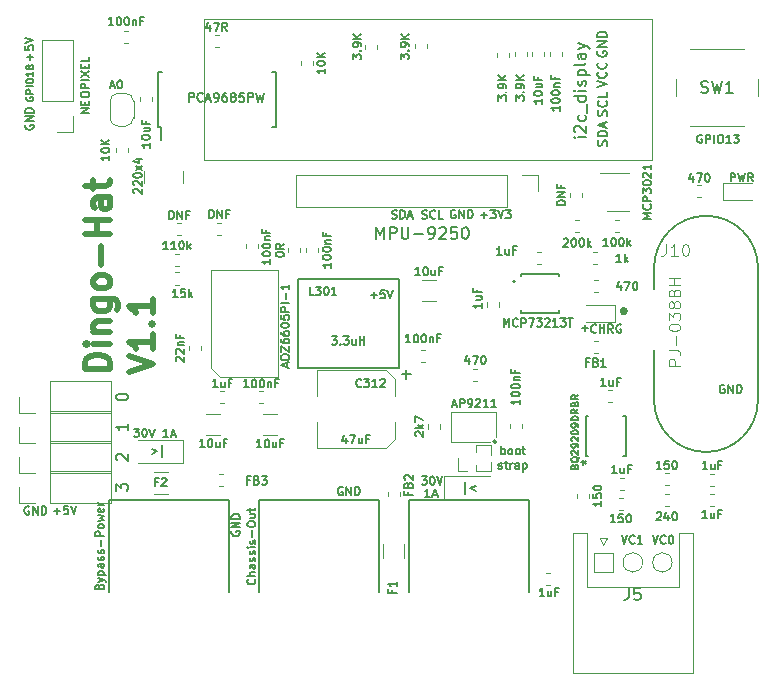
<source format=gto>
G04 #@! TF.GenerationSoftware,KiCad,Pcbnew,(5.1.4)-1*
G04 #@! TF.CreationDate,2019-11-27T00:40:15+11:00*
G04 #@! TF.ProjectId,dingo-hat,64696e67-6f2d-4686-9174-2e6b69636164,rev?*
G04 #@! TF.SameCoordinates,PX5f37000PY5f5c990*
G04 #@! TF.FileFunction,Legend,Top*
G04 #@! TF.FilePolarity,Positive*
%FSLAX46Y46*%
G04 Gerber Fmt 4.6, Leading zero omitted, Abs format (unit mm)*
G04 Created by KiCad (PCBNEW (5.1.4)-1) date 2019-11-27 00:40:15*
%MOMM*%
%LPD*%
G04 APERTURE LIST*
%ADD10C,0.150000*%
%ADD11C,0.175000*%
%ADD12C,0.525000*%
%ADD13C,0.100000*%
%ADD14C,0.120000*%
%ADD15C,0.152400*%
%ADD16C,0.127000*%
%ADD17C,0.380000*%
%ADD18C,0.050000*%
%ADD19C,0.200000*%
G04 APERTURE END LIST*
D10*
X35290000Y9073334D02*
X34890000Y9073334D01*
X35090000Y9073334D02*
X35090000Y9773334D01*
X35023333Y9673334D01*
X34956666Y9606667D01*
X34890000Y9573334D01*
X35556666Y9273334D02*
X35890000Y9273334D01*
X35490000Y9073334D02*
X35723333Y9773334D01*
X35956666Y9073334D01*
D11*
X1072000Y40564667D02*
X1038666Y40498000D01*
X1038666Y40398000D01*
X1072000Y40298000D01*
X1138666Y40231334D01*
X1205333Y40198000D01*
X1338666Y40164667D01*
X1438666Y40164667D01*
X1572000Y40198000D01*
X1638666Y40231334D01*
X1705333Y40298000D01*
X1738666Y40398000D01*
X1738666Y40464667D01*
X1705333Y40564667D01*
X1672000Y40598000D01*
X1438666Y40598000D01*
X1438666Y40464667D01*
X1738666Y40898000D02*
X1038666Y40898000D01*
X1738666Y41298000D01*
X1038666Y41298000D01*
X1738666Y41631334D02*
X1038666Y41631334D01*
X1038666Y41798000D01*
X1072000Y41898000D01*
X1138666Y41964667D01*
X1205333Y41998000D01*
X1338666Y42031334D01*
X1438666Y42031334D01*
X1572000Y41998000D01*
X1638666Y41964667D01*
X1705333Y41898000D01*
X1738666Y41798000D01*
X1738666Y41631334D01*
X1460000Y46080000D02*
X1460000Y46613334D01*
X1726666Y46346667D02*
X1193333Y46346667D01*
X1026666Y47280000D02*
X1026666Y46946667D01*
X1360000Y46913334D01*
X1326666Y46946667D01*
X1293333Y47013334D01*
X1293333Y47180000D01*
X1326666Y47246667D01*
X1360000Y47280000D01*
X1426666Y47313334D01*
X1593333Y47313334D01*
X1660000Y47280000D01*
X1693333Y47246667D01*
X1726666Y47180000D01*
X1726666Y47013334D01*
X1693333Y46946667D01*
X1660000Y46913334D01*
X1026666Y47513334D02*
X1726666Y47746667D01*
X1026666Y47980000D01*
D10*
X1150000Y42958572D02*
X1121428Y42901429D01*
X1121428Y42815715D01*
X1150000Y42730000D01*
X1207142Y42672858D01*
X1264285Y42644286D01*
X1378571Y42615715D01*
X1464285Y42615715D01*
X1578571Y42644286D01*
X1635714Y42672858D01*
X1692857Y42730000D01*
X1721428Y42815715D01*
X1721428Y42872858D01*
X1692857Y42958572D01*
X1664285Y42987143D01*
X1464285Y42987143D01*
X1464285Y42872858D01*
X1721428Y43244286D02*
X1121428Y43244286D01*
X1121428Y43472858D01*
X1150000Y43530000D01*
X1178571Y43558572D01*
X1235714Y43587143D01*
X1321428Y43587143D01*
X1378571Y43558572D01*
X1407142Y43530000D01*
X1435714Y43472858D01*
X1435714Y43244286D01*
X1721428Y43844286D02*
X1121428Y43844286D01*
X1121428Y44244286D02*
X1121428Y44358572D01*
X1150000Y44415715D01*
X1207142Y44472858D01*
X1321428Y44501429D01*
X1521428Y44501429D01*
X1635714Y44472858D01*
X1692857Y44415715D01*
X1721428Y44358572D01*
X1721428Y44244286D01*
X1692857Y44187143D01*
X1635714Y44130000D01*
X1521428Y44101429D01*
X1321428Y44101429D01*
X1207142Y44130000D01*
X1150000Y44187143D01*
X1121428Y44244286D01*
X1721428Y45072858D02*
X1721428Y44730000D01*
X1721428Y44901429D02*
X1121428Y44901429D01*
X1207142Y44844286D01*
X1264285Y44787143D01*
X1292857Y44730000D01*
X1378571Y45415715D02*
X1350000Y45358572D01*
X1321428Y45330000D01*
X1264285Y45301429D01*
X1235714Y45301429D01*
X1178571Y45330000D01*
X1150000Y45358572D01*
X1121428Y45415715D01*
X1121428Y45530000D01*
X1150000Y45587143D01*
X1178571Y45615715D01*
X1235714Y45644286D01*
X1264285Y45644286D01*
X1321428Y45615715D01*
X1350000Y45587143D01*
X1378571Y45530000D01*
X1378571Y45415715D01*
X1407142Y45358572D01*
X1435714Y45330000D01*
X1492857Y45301429D01*
X1607142Y45301429D01*
X1664285Y45330000D01*
X1692857Y45358572D01*
X1721428Y45415715D01*
X1721428Y45530000D01*
X1692857Y45587143D01*
X1664285Y45615715D01*
X1607142Y45644286D01*
X1492857Y45644286D01*
X1435714Y45615715D01*
X1407142Y45587143D01*
X1378571Y45530000D01*
D11*
X51523333Y5843334D02*
X51756666Y5143334D01*
X51990000Y5843334D01*
X52623333Y5210000D02*
X52590000Y5176667D01*
X52490000Y5143334D01*
X52423333Y5143334D01*
X52323333Y5176667D01*
X52256666Y5243334D01*
X52223333Y5310000D01*
X52190000Y5443334D01*
X52190000Y5543334D01*
X52223333Y5676667D01*
X52256666Y5743334D01*
X52323333Y5810000D01*
X52423333Y5843334D01*
X52490000Y5843334D01*
X52590000Y5810000D01*
X52623333Y5776667D01*
X53290000Y5143334D02*
X52890000Y5143334D01*
X53090000Y5143334D02*
X53090000Y5843334D01*
X53023333Y5743334D01*
X52956666Y5676667D01*
X52890000Y5643334D01*
X54143333Y5823334D02*
X54376666Y5123334D01*
X54610000Y5823334D01*
X55243333Y5190000D02*
X55210000Y5156667D01*
X55110000Y5123334D01*
X55043333Y5123334D01*
X54943333Y5156667D01*
X54876666Y5223334D01*
X54843333Y5290000D01*
X54810000Y5423334D01*
X54810000Y5523334D01*
X54843333Y5656667D01*
X54876666Y5723334D01*
X54943333Y5790000D01*
X55043333Y5823334D01*
X55110000Y5823334D01*
X55210000Y5790000D01*
X55243333Y5756667D01*
X55676666Y5823334D02*
X55743333Y5823334D01*
X55810000Y5790000D01*
X55843333Y5756667D01*
X55876666Y5690000D01*
X55910000Y5556667D01*
X55910000Y5390000D01*
X55876666Y5256667D01*
X55843333Y5190000D01*
X55810000Y5156667D01*
X55743333Y5123334D01*
X55676666Y5123334D01*
X55610000Y5156667D01*
X55576666Y5190000D01*
X55543333Y5256667D01*
X55510000Y5390000D01*
X55510000Y5556667D01*
X55543333Y5690000D01*
X55576666Y5756667D01*
X55610000Y5790000D01*
X55676666Y5823334D01*
D10*
X12611428Y13450000D02*
X12611428Y12450000D01*
X11725714Y12750000D02*
X12182857Y12950000D01*
X11725714Y13150000D01*
X38288571Y9330000D02*
X38288571Y10330000D01*
X39174285Y10030000D02*
X38717142Y9830000D01*
X39174285Y9630000D01*
X48191428Y23387143D02*
X48648571Y23387143D01*
X48420000Y23158572D02*
X48420000Y23615715D01*
D11*
X42323333Y8840000D02*
X42856666Y8840000D01*
X41316666Y12695834D02*
X41316666Y13395834D01*
X41316666Y13129167D02*
X41383333Y13162500D01*
X41516666Y13162500D01*
X41583333Y13129167D01*
X41616666Y13095834D01*
X41650000Y13029167D01*
X41650000Y12829167D01*
X41616666Y12762500D01*
X41583333Y12729167D01*
X41516666Y12695834D01*
X41383333Y12695834D01*
X41316666Y12729167D01*
X42050000Y12695834D02*
X41983333Y12729167D01*
X41950000Y12762500D01*
X41916666Y12829167D01*
X41916666Y13029167D01*
X41950000Y13095834D01*
X41983333Y13129167D01*
X42050000Y13162500D01*
X42150000Y13162500D01*
X42216666Y13129167D01*
X42250000Y13095834D01*
X42283333Y13029167D01*
X42283333Y12829167D01*
X42250000Y12762500D01*
X42216666Y12729167D01*
X42150000Y12695834D01*
X42050000Y12695834D01*
X42683333Y12695834D02*
X42616666Y12729167D01*
X42583333Y12762500D01*
X42550000Y12829167D01*
X42550000Y13029167D01*
X42583333Y13095834D01*
X42616666Y13129167D01*
X42683333Y13162500D01*
X42783333Y13162500D01*
X42850000Y13129167D01*
X42883333Y13095834D01*
X42916666Y13029167D01*
X42916666Y12829167D01*
X42883333Y12762500D01*
X42850000Y12729167D01*
X42783333Y12695834D01*
X42683333Y12695834D01*
X43116666Y13162500D02*
X43383333Y13162500D01*
X43216666Y13395834D02*
X43216666Y12795834D01*
X43250000Y12729167D01*
X43316666Y12695834D01*
X43383333Y12695834D01*
X41100000Y11504167D02*
X41166666Y11470834D01*
X41300000Y11470834D01*
X41366666Y11504167D01*
X41400000Y11570834D01*
X41400000Y11604167D01*
X41366666Y11670834D01*
X41300000Y11704167D01*
X41200000Y11704167D01*
X41133333Y11737500D01*
X41100000Y11804167D01*
X41100000Y11837500D01*
X41133333Y11904167D01*
X41200000Y11937500D01*
X41300000Y11937500D01*
X41366666Y11904167D01*
X41600000Y11937500D02*
X41866666Y11937500D01*
X41700000Y12170834D02*
X41700000Y11570834D01*
X41733333Y11504167D01*
X41800000Y11470834D01*
X41866666Y11470834D01*
X42100000Y11470834D02*
X42100000Y11937500D01*
X42100000Y11804167D02*
X42133333Y11870834D01*
X42166666Y11904167D01*
X42233333Y11937500D01*
X42300000Y11937500D01*
X42833333Y11470834D02*
X42833333Y11837500D01*
X42800000Y11904167D01*
X42733333Y11937500D01*
X42600000Y11937500D01*
X42533333Y11904167D01*
X42833333Y11504167D02*
X42766666Y11470834D01*
X42600000Y11470834D01*
X42533333Y11504167D01*
X42500000Y11570834D01*
X42500000Y11637500D01*
X42533333Y11704167D01*
X42600000Y11737500D01*
X42766666Y11737500D01*
X42833333Y11770834D01*
X43166666Y11937500D02*
X43166666Y11237500D01*
X43166666Y11904167D02*
X43233333Y11937500D01*
X43366666Y11937500D01*
X43433333Y11904167D01*
X43466666Y11870834D01*
X43500000Y11804167D01*
X43500000Y11604167D01*
X43466666Y11537500D01*
X43433333Y11504167D01*
X43366666Y11470834D01*
X43233333Y11470834D01*
X43166666Y11504167D01*
X18530000Y6176667D02*
X18496666Y6110000D01*
X18496666Y6010000D01*
X18530000Y5910000D01*
X18596666Y5843334D01*
X18663333Y5810000D01*
X18796666Y5776667D01*
X18896666Y5776667D01*
X19030000Y5810000D01*
X19096666Y5843334D01*
X19163333Y5910000D01*
X19196666Y6010000D01*
X19196666Y6076667D01*
X19163333Y6176667D01*
X19130000Y6210000D01*
X18896666Y6210000D01*
X18896666Y6076667D01*
X19196666Y6510000D02*
X18496666Y6510000D01*
X19196666Y6910000D01*
X18496666Y6910000D01*
X19196666Y7243334D02*
X18496666Y7243334D01*
X18496666Y7410000D01*
X18530000Y7510000D01*
X18596666Y7576667D01*
X18663333Y7610000D01*
X18796666Y7643334D01*
X18896666Y7643334D01*
X19030000Y7610000D01*
X19096666Y7576667D01*
X19163333Y7510000D01*
X19196666Y7410000D01*
X19196666Y7243334D01*
X27896666Y9900000D02*
X27830000Y9933334D01*
X27730000Y9933334D01*
X27630000Y9900000D01*
X27563333Y9833334D01*
X27530000Y9766667D01*
X27496666Y9633334D01*
X27496666Y9533334D01*
X27530000Y9400000D01*
X27563333Y9333334D01*
X27630000Y9266667D01*
X27730000Y9233334D01*
X27796666Y9233334D01*
X27896666Y9266667D01*
X27930000Y9300000D01*
X27930000Y9533334D01*
X27796666Y9533334D01*
X28230000Y9233334D02*
X28230000Y9933334D01*
X28630000Y9233334D01*
X28630000Y9933334D01*
X28963333Y9233334D02*
X28963333Y9933334D01*
X29130000Y9933334D01*
X29230000Y9900000D01*
X29296666Y9833334D01*
X29330000Y9766667D01*
X29363333Y9633334D01*
X29363333Y9533334D01*
X29330000Y9400000D01*
X29296666Y9333334D01*
X29230000Y9266667D01*
X29130000Y9233334D01*
X28963333Y9233334D01*
X30270000Y26160000D02*
X30803333Y26160000D01*
X30536666Y25893334D02*
X30536666Y26426667D01*
X31470000Y26593334D02*
X31136666Y26593334D01*
X31103333Y26260000D01*
X31136666Y26293334D01*
X31203333Y26326667D01*
X31370000Y26326667D01*
X31436666Y26293334D01*
X31470000Y26260000D01*
X31503333Y26193334D01*
X31503333Y26026667D01*
X31470000Y25960000D01*
X31436666Y25926667D01*
X31370000Y25893334D01*
X31203333Y25893334D01*
X31136666Y25926667D01*
X31103333Y25960000D01*
X31703333Y26593334D02*
X31936666Y25893334D01*
X32170000Y26593334D01*
X3460000Y7870000D02*
X3993333Y7870000D01*
X3726666Y7603334D02*
X3726666Y8136667D01*
X4660000Y8303334D02*
X4326666Y8303334D01*
X4293333Y7970000D01*
X4326666Y8003334D01*
X4393333Y8036667D01*
X4560000Y8036667D01*
X4626666Y8003334D01*
X4660000Y7970000D01*
X4693333Y7903334D01*
X4693333Y7736667D01*
X4660000Y7670000D01*
X4626666Y7636667D01*
X4560000Y7603334D01*
X4393333Y7603334D01*
X4326666Y7636667D01*
X4293333Y7670000D01*
X4893333Y8303334D02*
X5126666Y7603334D01*
X5360000Y8303334D01*
X1354666Y8258000D02*
X1288000Y8291334D01*
X1188000Y8291334D01*
X1088000Y8258000D01*
X1021333Y8191334D01*
X988000Y8124667D01*
X954666Y7991334D01*
X954666Y7891334D01*
X988000Y7758000D01*
X1021333Y7691334D01*
X1088000Y7624667D01*
X1188000Y7591334D01*
X1254666Y7591334D01*
X1354666Y7624667D01*
X1388000Y7658000D01*
X1388000Y7891334D01*
X1254666Y7891334D01*
X1688000Y7591334D02*
X1688000Y8291334D01*
X2088000Y7591334D01*
X2088000Y8291334D01*
X2421333Y7591334D02*
X2421333Y8291334D01*
X2588000Y8291334D01*
X2688000Y8258000D01*
X2754666Y8191334D01*
X2788000Y8124667D01*
X2821333Y7991334D01*
X2821333Y7891334D01*
X2788000Y7758000D01*
X2754666Y7691334D01*
X2688000Y7624667D01*
X2588000Y7591334D01*
X2421333Y7591334D01*
X60214666Y18558000D02*
X60148000Y18591334D01*
X60048000Y18591334D01*
X59948000Y18558000D01*
X59881333Y18491334D01*
X59848000Y18424667D01*
X59814666Y18291334D01*
X59814666Y18191334D01*
X59848000Y18058000D01*
X59881333Y17991334D01*
X59948000Y17924667D01*
X60048000Y17891334D01*
X60114666Y17891334D01*
X60214666Y17924667D01*
X60248000Y17958000D01*
X60248000Y18191334D01*
X60114666Y18191334D01*
X60548000Y17891334D02*
X60548000Y18591334D01*
X60948000Y17891334D01*
X60948000Y18591334D01*
X61281333Y17891334D02*
X61281333Y18591334D01*
X61448000Y18591334D01*
X61548000Y18558000D01*
X61614666Y18491334D01*
X61648000Y18424667D01*
X61681333Y18291334D01*
X61681333Y18191334D01*
X61648000Y18058000D01*
X61614666Y17991334D01*
X61548000Y17924667D01*
X61448000Y17891334D01*
X61281333Y17891334D01*
X32088000Y32694667D02*
X32188000Y32661334D01*
X32354666Y32661334D01*
X32421333Y32694667D01*
X32454666Y32728000D01*
X32488000Y32794667D01*
X32488000Y32861334D01*
X32454666Y32928000D01*
X32421333Y32961334D01*
X32354666Y32994667D01*
X32221333Y33028000D01*
X32154666Y33061334D01*
X32121333Y33094667D01*
X32088000Y33161334D01*
X32088000Y33228000D01*
X32121333Y33294667D01*
X32154666Y33328000D01*
X32221333Y33361334D01*
X32388000Y33361334D01*
X32488000Y33328000D01*
X32788000Y32661334D02*
X32788000Y33361334D01*
X32954666Y33361334D01*
X33054666Y33328000D01*
X33121333Y33261334D01*
X33154666Y33194667D01*
X33188000Y33061334D01*
X33188000Y32961334D01*
X33154666Y32828000D01*
X33121333Y32761334D01*
X33054666Y32694667D01*
X32954666Y32661334D01*
X32788000Y32661334D01*
X33454666Y32861334D02*
X33788000Y32861334D01*
X33388000Y32661334D02*
X33621333Y33361334D01*
X33854666Y32661334D01*
X34644666Y32694667D02*
X34744666Y32661334D01*
X34911333Y32661334D01*
X34978000Y32694667D01*
X35011333Y32728000D01*
X35044666Y32794667D01*
X35044666Y32861334D01*
X35011333Y32928000D01*
X34978000Y32961334D01*
X34911333Y32994667D01*
X34778000Y33028000D01*
X34711333Y33061334D01*
X34678000Y33094667D01*
X34644666Y33161334D01*
X34644666Y33228000D01*
X34678000Y33294667D01*
X34711333Y33328000D01*
X34778000Y33361334D01*
X34944666Y33361334D01*
X35044666Y33328000D01*
X35744666Y32728000D02*
X35711333Y32694667D01*
X35611333Y32661334D01*
X35544666Y32661334D01*
X35444666Y32694667D01*
X35378000Y32761334D01*
X35344666Y32828000D01*
X35311333Y32961334D01*
X35311333Y33061334D01*
X35344666Y33194667D01*
X35378000Y33261334D01*
X35444666Y33328000D01*
X35544666Y33361334D01*
X35611333Y33361334D01*
X35711333Y33328000D01*
X35744666Y33294667D01*
X36378000Y32661334D02*
X36044666Y32661334D01*
X36044666Y33361334D01*
X39624666Y32938000D02*
X40158000Y32938000D01*
X39891333Y32671334D02*
X39891333Y33204667D01*
X40424666Y33371334D02*
X40858000Y33371334D01*
X40624666Y33104667D01*
X40724666Y33104667D01*
X40791333Y33071334D01*
X40824666Y33038000D01*
X40858000Y32971334D01*
X40858000Y32804667D01*
X40824666Y32738000D01*
X40791333Y32704667D01*
X40724666Y32671334D01*
X40524666Y32671334D01*
X40458000Y32704667D01*
X40424666Y32738000D01*
X41058000Y33371334D02*
X41291333Y32671334D01*
X41524666Y33371334D01*
X41691333Y33371334D02*
X42124666Y33371334D01*
X41891333Y33104667D01*
X41991333Y33104667D01*
X42058000Y33071334D01*
X42091333Y33038000D01*
X42124666Y32971334D01*
X42124666Y32804667D01*
X42091333Y32738000D01*
X42058000Y32704667D01*
X41991333Y32671334D01*
X41791333Y32671334D01*
X41724666Y32704667D01*
X41691333Y32738000D01*
X37444666Y33348000D02*
X37378000Y33381334D01*
X37278000Y33381334D01*
X37178000Y33348000D01*
X37111333Y33281334D01*
X37078000Y33214667D01*
X37044666Y33081334D01*
X37044666Y32981334D01*
X37078000Y32848000D01*
X37111333Y32781334D01*
X37178000Y32714667D01*
X37278000Y32681334D01*
X37344666Y32681334D01*
X37444666Y32714667D01*
X37478000Y32748000D01*
X37478000Y32981334D01*
X37344666Y32981334D01*
X37778000Y32681334D02*
X37778000Y33381334D01*
X38178000Y32681334D01*
X38178000Y33381334D01*
X38511333Y32681334D02*
X38511333Y33381334D01*
X38678000Y33381334D01*
X38778000Y33348000D01*
X38844666Y33281334D01*
X38878000Y33214667D01*
X38911333Y33081334D01*
X38911333Y32981334D01*
X38878000Y32848000D01*
X38844666Y32781334D01*
X38778000Y32714667D01*
X38678000Y32681334D01*
X38511333Y32681334D01*
D12*
X8212500Y19941250D02*
X6112500Y19941250D01*
X6112500Y20441250D01*
X6212500Y20741250D01*
X6412500Y20941250D01*
X6612500Y21041250D01*
X7012500Y21141250D01*
X7312500Y21141250D01*
X7712500Y21041250D01*
X7912500Y20941250D01*
X8112500Y20741250D01*
X8212500Y20441250D01*
X8212500Y19941250D01*
X8212500Y22041250D02*
X6812500Y22041250D01*
X6112500Y22041250D02*
X6212500Y21941250D01*
X6312500Y22041250D01*
X6212500Y22141250D01*
X6112500Y22041250D01*
X6312500Y22041250D01*
X6812500Y23041250D02*
X8212500Y23041250D01*
X7012500Y23041250D02*
X6912500Y23141250D01*
X6812500Y23341250D01*
X6812500Y23641250D01*
X6912500Y23841250D01*
X7112500Y23941250D01*
X8212500Y23941250D01*
X6812500Y25841250D02*
X8512500Y25841250D01*
X8712500Y25741250D01*
X8812500Y25641250D01*
X8912500Y25441250D01*
X8912500Y25141250D01*
X8812500Y24941250D01*
X8112500Y25841250D02*
X8212500Y25641250D01*
X8212500Y25241250D01*
X8112500Y25041250D01*
X8012500Y24941250D01*
X7812500Y24841250D01*
X7212500Y24841250D01*
X7012500Y24941250D01*
X6912500Y25041250D01*
X6812500Y25241250D01*
X6812500Y25641250D01*
X6912500Y25841250D01*
X8212500Y27141250D02*
X8112500Y26941250D01*
X8012500Y26841250D01*
X7812500Y26741250D01*
X7212500Y26741250D01*
X7012500Y26841250D01*
X6912500Y26941250D01*
X6812500Y27141250D01*
X6812500Y27441250D01*
X6912500Y27641250D01*
X7012500Y27741250D01*
X7212500Y27841250D01*
X7812500Y27841250D01*
X8012500Y27741250D01*
X8112500Y27641250D01*
X8212500Y27441250D01*
X8212500Y27141250D01*
X7412500Y28741250D02*
X7412500Y30341250D01*
X8212500Y31341250D02*
X6112500Y31341250D01*
X7112500Y31341250D02*
X7112500Y32541250D01*
X8212500Y32541250D02*
X6112500Y32541250D01*
X8212500Y34441250D02*
X7112500Y34441250D01*
X6912500Y34341250D01*
X6812500Y34141250D01*
X6812500Y33741250D01*
X6912500Y33541250D01*
X8112500Y34441250D02*
X8212500Y34241250D01*
X8212500Y33741250D01*
X8112500Y33541250D01*
X7912500Y33441250D01*
X7712500Y33441250D01*
X7512500Y33541250D01*
X7412500Y33741250D01*
X7412500Y34241250D01*
X7312500Y34441250D01*
X6812500Y35141250D02*
X6812500Y35941250D01*
X6112500Y35441250D02*
X7912500Y35441250D01*
X8112500Y35541250D01*
X8212500Y35741250D01*
X8212500Y35941250D01*
X9787500Y19641250D02*
X11887500Y20341250D01*
X9787500Y21041250D01*
X11887500Y22841250D02*
X11887500Y21641250D01*
X11887500Y22241250D02*
X9787500Y22241250D01*
X10087500Y22041250D01*
X10287500Y21841250D01*
X10387500Y21641250D01*
X11687500Y23741250D02*
X11787500Y23841250D01*
X11887500Y23741250D01*
X11787500Y23641250D01*
X11687500Y23741250D01*
X11887500Y23741250D01*
X11887500Y25841250D02*
X11887500Y24641250D01*
X11887500Y25241250D02*
X9787500Y25241250D01*
X10087500Y25041250D01*
X10287500Y24841250D01*
X10387500Y24641250D01*
D13*
X16130000Y49583720D02*
X26130000Y49583720D01*
X54130000Y37583720D02*
X49050000Y37583720D01*
X54130000Y49583720D02*
X54130000Y37583720D01*
X16130000Y37583720D02*
X16130000Y49583720D01*
X49050000Y37583720D02*
X26130000Y37583720D01*
X26130000Y37583720D02*
X16130000Y37583720D01*
X49050000Y49583720D02*
X54130000Y49583720D01*
X26130000Y49583720D02*
X49050000Y49583720D01*
D10*
X40917421Y13760000D02*
G75*
G03X40917421Y13760000I-141421J0D01*
G01*
D14*
X40876000Y16260000D02*
X40876000Y14160000D01*
X37076000Y16260000D02*
X40876000Y16260000D01*
X37076000Y13760000D02*
X37076000Y16260000D01*
X40376000Y13760000D02*
X37076000Y13760000D01*
D15*
X42518100Y27324000D02*
G75*
G03X42518100Y27324000I-76200J0D01*
G01*
X46222500Y27758341D02*
X46222500Y27949600D01*
X42971300Y24889659D02*
X42971300Y24698400D01*
X42971300Y27949600D02*
X42971300Y27758341D01*
X46222500Y27949600D02*
X42971300Y27949600D01*
X46222500Y24698400D02*
X46222500Y24889659D01*
X42971300Y24698400D02*
X46222500Y24698400D01*
D14*
X63100000Y43010000D02*
X63100000Y44510000D01*
X61850000Y47010000D02*
X57350000Y47010000D01*
X56100000Y44510000D02*
X56100000Y43010000D01*
X57350000Y40510000D02*
X61850000Y40510000D01*
X14410000Y11930000D02*
X14410000Y13930000D01*
X14410000Y13930000D02*
X10560000Y13930000D01*
X14410000Y11930000D02*
X10560000Y11930000D01*
X25390000Y45688733D02*
X25390000Y46031267D01*
X24370000Y45688733D02*
X24370000Y46031267D01*
X49158733Y21250000D02*
X49501267Y21250000D01*
X49158733Y22270000D02*
X49501267Y22270000D01*
D16*
X54270000Y17290000D02*
X54270000Y21490000D01*
X58670000Y12890000D02*
G75*
G02X54270000Y17290000I0J4400000D01*
G01*
X63070000Y17290000D02*
G75*
G02X58670000Y12890000I-4400000J0D01*
G01*
X63070000Y28490000D02*
X63070000Y17290000D01*
X58670000Y32890000D02*
G75*
G02X63070000Y28490000I0J-4400000D01*
G01*
X54270000Y28490000D02*
G75*
G02X58670000Y32890000I4400000J0D01*
G01*
X54270000Y26690000D02*
X54270000Y28490000D01*
D17*
X51890000Y24820000D02*
G75*
G03X51890000Y24820000I-190000J0D01*
G01*
D14*
X14051267Y29630000D02*
X13708733Y29630000D01*
X14051267Y28610000D02*
X13708733Y28610000D01*
X13698733Y27070000D02*
X14041267Y27070000D01*
X13698733Y28090000D02*
X14041267Y28090000D01*
X17298733Y31240000D02*
X17641267Y31240000D01*
X17298733Y32260000D02*
X17641267Y32260000D01*
X23308000Y30126267D02*
X23308000Y29783733D01*
X24328000Y30126267D02*
X24328000Y29783733D01*
X48750000Y9008733D02*
X48750000Y9351267D01*
X47730000Y9008733D02*
X47730000Y9351267D01*
X51631267Y9024000D02*
X51288733Y9024000D01*
X51631267Y8004000D02*
X51288733Y8004000D01*
X55178733Y10084000D02*
X55521267Y10084000D01*
X55178733Y11104000D02*
X55521267Y11104000D01*
X55178733Y8340000D02*
X55521267Y8340000D01*
X55178733Y9360000D02*
X55521267Y9360000D01*
X49451267Y29800000D02*
X49108733Y29800000D01*
X49451267Y28780000D02*
X49108733Y28780000D01*
X35160000Y15221267D02*
X35160000Y14878733D01*
X36180000Y15221267D02*
X36180000Y14878733D01*
X49501267Y27440000D02*
X49158733Y27440000D01*
X49501267Y26420000D02*
X49158733Y26420000D01*
X38978733Y18910000D02*
X39321267Y18910000D01*
X38978733Y19930000D02*
X39321267Y19930000D01*
X8700000Y38651267D02*
X8700000Y38308733D01*
X9720000Y38651267D02*
X9720000Y38308733D01*
X51311267Y32530000D02*
X50968733Y32530000D01*
X51311267Y31510000D02*
X50968733Y31510000D01*
X47588733Y31520000D02*
X47931267Y31520000D01*
X47588733Y32540000D02*
X47931267Y32540000D01*
X34000000Y47411267D02*
X34000000Y47068733D01*
X35020000Y47411267D02*
X35020000Y47068733D01*
X29830000Y47391267D02*
X29830000Y47048733D01*
X30850000Y47391267D02*
X30850000Y47048733D01*
X41980000Y46372733D02*
X41980000Y46715267D01*
X40960000Y46372733D02*
X40960000Y46715267D01*
X43480000Y46378733D02*
X43480000Y46721267D01*
X42460000Y46378733D02*
X42460000Y46721267D01*
X17411267Y48170000D02*
X17068733Y48170000D01*
X17411267Y47150000D02*
X17068733Y47150000D01*
X58217267Y35460000D02*
X57874733Y35460000D01*
X58217267Y34440000D02*
X57874733Y34440000D01*
X17781267Y11040000D02*
X17438733Y11040000D01*
X17781267Y10020000D02*
X17438733Y10020000D01*
X31720000Y9531267D02*
X31720000Y9188733D01*
X32740000Y9531267D02*
X32740000Y9188733D01*
X13132064Y11180000D02*
X11927936Y11180000D01*
X13132064Y9360000D02*
X11927936Y9360000D01*
X31300000Y5112064D02*
X31300000Y3907936D01*
X33120000Y5112064D02*
X33120000Y3907936D01*
X50990000Y25345000D02*
X48530000Y25345000D01*
X50990000Y23875000D02*
X50990000Y25345000D01*
X48530000Y23875000D02*
X50990000Y23875000D01*
X34617936Y25640000D02*
X35822064Y25640000D01*
X34617936Y27460000D02*
X35822064Y27460000D01*
X14241267Y32260000D02*
X13898733Y32260000D01*
X14241267Y31240000D02*
X13898733Y31240000D01*
X34548733Y20540000D02*
X34891267Y20540000D01*
X34548733Y21560000D02*
X34891267Y21560000D01*
X20730000Y30128733D02*
X20730000Y30471267D01*
X19710000Y30128733D02*
X19710000Y30471267D01*
X24832000Y30126267D02*
X24832000Y29783733D01*
X25852000Y30126267D02*
X25852000Y29783733D01*
X20852733Y16999000D02*
X21195267Y16999000D01*
X20852733Y18019000D02*
X21195267Y18019000D01*
X17893267Y18019000D02*
X17550733Y18019000D01*
X17893267Y16999000D02*
X17550733Y16999000D01*
X17562064Y16133000D02*
X16357936Y16133000D01*
X17562064Y14313000D02*
X16357936Y14313000D01*
X21183936Y14313000D02*
X22388064Y14313000D01*
X21183936Y16133000D02*
X22388064Y16133000D01*
X15946000Y21528733D02*
X15946000Y21871267D01*
X14926000Y21528733D02*
X14926000Y21871267D01*
X50408733Y17134000D02*
X50751267Y17134000D01*
X50408733Y18154000D02*
X50751267Y18154000D01*
X59038733Y10034000D02*
X59381267Y10034000D01*
X59038733Y11054000D02*
X59381267Y11054000D01*
X58988733Y8334000D02*
X59331267Y8334000D01*
X58988733Y9354000D02*
X59331267Y9354000D01*
X51388733Y9704000D02*
X51731267Y9704000D01*
X51388733Y10724000D02*
X51731267Y10724000D01*
X40110000Y25551267D02*
X40110000Y25208733D01*
X41130000Y25551267D02*
X41130000Y25208733D01*
X45148733Y1590000D02*
X45491267Y1590000D01*
X45148733Y2610000D02*
X45491267Y2610000D01*
X44338733Y28770000D02*
X44681267Y28770000D01*
X44338733Y29790000D02*
X44681267Y29790000D01*
X42060000Y15271267D02*
X42060000Y14928733D01*
X43080000Y15271267D02*
X43080000Y14928733D01*
X44980000Y46378733D02*
X44980000Y46721267D01*
X43960000Y46378733D02*
X43960000Y46721267D01*
X46480000Y46378733D02*
X46480000Y46721267D01*
X45460000Y46378733D02*
X45460000Y46721267D01*
X48140000Y34458733D02*
X48140000Y34801267D01*
X47120000Y34458733D02*
X47120000Y34801267D01*
X5090000Y47750000D02*
X2430000Y47750000D01*
X5090000Y42610000D02*
X5090000Y47750000D01*
X2430000Y42610000D02*
X2430000Y47750000D01*
X5090000Y42610000D02*
X2430000Y42610000D01*
X5090000Y41340000D02*
X5090000Y40010000D01*
X5090000Y40010000D02*
X3760000Y40010000D01*
D10*
X33500000Y8844000D02*
X33500000Y1034000D01*
X43660000Y8844000D02*
X33500000Y8844000D01*
X43660000Y1034000D02*
X43660000Y8844000D01*
X20797000Y8844000D02*
X20797000Y1034000D01*
X30957000Y8844000D02*
X20797000Y8844000D01*
X30957000Y1034000D02*
X30957000Y8844000D01*
X8094000Y8844000D02*
X8094000Y1034000D01*
X18254000Y8844000D02*
X8094000Y8844000D01*
X18254000Y1034000D02*
X18254000Y8844000D01*
X12313000Y40399000D02*
X12538000Y40399000D01*
X12313000Y45049000D02*
X12638000Y45049000D01*
X22263000Y45049000D02*
X21938000Y45049000D01*
X22263000Y40399000D02*
X21938000Y40399000D01*
X12313000Y40399000D02*
X12313000Y45049000D01*
X22263000Y40399000D02*
X22263000Y45049000D01*
X12538000Y40399000D02*
X12538000Y39324000D01*
D14*
X40441000Y11250000D02*
X40441000Y12052470D01*
X40441000Y12667530D02*
X40441000Y13470000D01*
X39236000Y11250000D02*
X40441000Y11250000D01*
X39236000Y13470000D02*
X40441000Y13470000D01*
X39236000Y11250000D02*
X39236000Y11796529D01*
X39236000Y12923471D02*
X39236000Y13470000D01*
X38476000Y11250000D02*
X37716000Y11250000D01*
X37716000Y11250000D02*
X37716000Y12360000D01*
X17535000Y19244000D02*
X16735000Y20044000D01*
X16735000Y20044000D02*
X16735000Y28284000D01*
X16735000Y28284000D02*
X22445000Y28284000D01*
X22445000Y28284000D02*
X22445000Y19244000D01*
X22445000Y19244000D02*
X17535000Y19244000D01*
D15*
X48697261Y15945999D02*
X48478001Y15945999D01*
X51662739Y12542001D02*
X51881999Y12542001D01*
X48478001Y12542001D02*
X48697261Y12542001D01*
X48478001Y15945999D02*
X48478001Y12542001D01*
X51881999Y15945999D02*
X51662739Y15945999D01*
X51881999Y12542001D02*
X51881999Y15945999D01*
D14*
X50330000Y33320000D02*
X52130000Y33320000D01*
X52130000Y36540000D02*
X49680000Y36540000D01*
D10*
X24140000Y27514000D02*
X24140000Y20014000D01*
X24140000Y20014000D02*
X32640000Y20014000D01*
X32640000Y20014000D02*
X32640000Y27514000D01*
X32640000Y27514000D02*
X24140000Y27514000D01*
D14*
X52480000Y-5806000D02*
X47380000Y-5806000D01*
X47380000Y-5806000D02*
X47380000Y5994000D01*
X47380000Y5994000D02*
X48580000Y5994000D01*
X48580000Y5994000D02*
X48580000Y1494000D01*
X48580000Y1494000D02*
X52480000Y1494000D01*
X52480000Y-5806000D02*
X57580000Y-5806000D01*
X57580000Y-5806000D02*
X57580000Y5994000D01*
X57580000Y5994000D02*
X56380000Y5994000D01*
X56380000Y5994000D02*
X56380000Y1494000D01*
X56380000Y1494000D02*
X52480000Y1494000D01*
X49980000Y5044000D02*
X49680000Y5644000D01*
X49680000Y5644000D02*
X50280000Y5644000D01*
X50280000Y5644000D02*
X49980000Y5044000D01*
X36520000Y10850000D02*
X36520000Y8850000D01*
X36520000Y8850000D02*
X40370000Y8850000D01*
X36520000Y10850000D02*
X40370000Y10850000D01*
X25725000Y19834000D02*
X25725000Y17654000D01*
X25725000Y13234000D02*
X25725000Y15414000D01*
X32325000Y19074000D02*
X32325000Y17654000D01*
X32325000Y13994000D02*
X32325000Y15414000D01*
X25725000Y19834000D02*
X31565000Y19834000D01*
X31565000Y19834000D02*
X32325000Y19074000D01*
X32325000Y13994000D02*
X31565000Y13234000D01*
X31565000Y13234000D02*
X25725000Y13234000D01*
X11800000Y42935267D02*
X11800000Y42592733D01*
X10780000Y42935267D02*
X10780000Y42592733D01*
X9731267Y48550000D02*
X9388733Y48550000D01*
X9731267Y47530000D02*
X9388733Y47530000D01*
X62536000Y35665000D02*
X60076000Y35665000D01*
X60076000Y35665000D02*
X60076000Y34195000D01*
X60076000Y34195000D02*
X62536000Y34195000D01*
X8265000Y16214000D02*
X8265000Y18874000D01*
X3125000Y16214000D02*
X8265000Y16214000D01*
X3125000Y18874000D02*
X8265000Y18874000D01*
X3125000Y16214000D02*
X3125000Y18874000D01*
X1855000Y16214000D02*
X525000Y16214000D01*
X525000Y16214000D02*
X525000Y17544000D01*
X8265000Y13674000D02*
X8265000Y16334000D01*
X3125000Y13674000D02*
X8265000Y13674000D01*
X3125000Y16334000D02*
X8265000Y16334000D01*
X3125000Y13674000D02*
X3125000Y16334000D01*
X1855000Y13674000D02*
X525000Y13674000D01*
X525000Y13674000D02*
X525000Y15004000D01*
X535000Y11134000D02*
X535000Y12464000D01*
X1865000Y11134000D02*
X535000Y11134000D01*
X3135000Y11134000D02*
X3135000Y13794000D01*
X3135000Y13794000D02*
X8275000Y13794000D01*
X3135000Y11134000D02*
X8275000Y11134000D01*
X8275000Y11134000D02*
X8275000Y13794000D01*
X535000Y8594000D02*
X535000Y9924000D01*
X1865000Y8594000D02*
X535000Y8594000D01*
X3135000Y8594000D02*
X3135000Y11254000D01*
X3135000Y11254000D02*
X8275000Y11254000D01*
X3135000Y8594000D02*
X8275000Y8594000D01*
X8275000Y8594000D02*
X8275000Y11254000D01*
X10200000Y42580000D02*
X10200000Y41180000D01*
X9500000Y40480000D02*
X8900000Y40480000D01*
X8200000Y41180000D02*
X8200000Y42580000D01*
X8900000Y43280000D02*
X9500000Y43280000D01*
X9500000Y43280000D02*
G75*
G02X10200000Y42580000I0J-700000D01*
G01*
X8200000Y42580000D02*
G75*
G02X8900000Y43280000I700000J0D01*
G01*
X8900000Y40480000D02*
G75*
G02X8200000Y41180000I0J700000D01*
G01*
X10200000Y41180000D02*
G75*
G02X9500000Y40480000I-700000J0D01*
G01*
X14410000Y35700000D02*
X14410000Y36700000D01*
X11050000Y35700000D02*
X11050000Y36700000D01*
X23988000Y36308000D02*
X23988000Y33648000D01*
X41828000Y36308000D02*
X23988000Y36308000D01*
X41828000Y33648000D02*
X23988000Y33648000D01*
X41828000Y36308000D02*
X41828000Y33648000D01*
X43098000Y36308000D02*
X44428000Y36308000D01*
X44428000Y36308000D02*
X44428000Y34978000D01*
D13*
X49155000Y4369000D02*
X49155000Y2719000D01*
X50805000Y2719000D01*
X50805000Y4369000D01*
X49155000Y4369000D01*
X53305000Y3544000D02*
G75*
G03X53305000Y3544000I-825000J0D01*
G01*
X55805000Y3544000D02*
G75*
G03X55805000Y3544000I-825000J0D01*
G01*
D10*
X48502380Y39531429D02*
X47835714Y39531429D01*
X47502380Y39531429D02*
X47550000Y39483810D01*
X47597619Y39531429D01*
X47550000Y39579048D01*
X47502380Y39531429D01*
X47597619Y39531429D01*
X47597619Y39960000D02*
X47550000Y40007620D01*
X47502380Y40102858D01*
X47502380Y40340953D01*
X47550000Y40436191D01*
X47597619Y40483810D01*
X47692857Y40531429D01*
X47788095Y40531429D01*
X47930952Y40483810D01*
X48502380Y39912381D01*
X48502380Y40531429D01*
X48454761Y41388572D02*
X48502380Y41293334D01*
X48502380Y41102858D01*
X48454761Y41007620D01*
X48407142Y40960000D01*
X48311904Y40912381D01*
X48026190Y40912381D01*
X47930952Y40960000D01*
X47883333Y41007620D01*
X47835714Y41102858D01*
X47835714Y41293334D01*
X47883333Y41388572D01*
X48597619Y41579048D02*
X48597619Y42340953D01*
X48502380Y43007620D02*
X47502380Y43007620D01*
X48454761Y43007620D02*
X48502380Y42912381D01*
X48502380Y42721905D01*
X48454761Y42626667D01*
X48407142Y42579048D01*
X48311904Y42531429D01*
X48026190Y42531429D01*
X47930952Y42579048D01*
X47883333Y42626667D01*
X47835714Y42721905D01*
X47835714Y42912381D01*
X47883333Y43007620D01*
X48502380Y43483810D02*
X47835714Y43483810D01*
X47502380Y43483810D02*
X47550000Y43436191D01*
X47597619Y43483810D01*
X47550000Y43531429D01*
X47502380Y43483810D01*
X47597619Y43483810D01*
X48454761Y43912381D02*
X48502380Y44007620D01*
X48502380Y44198096D01*
X48454761Y44293334D01*
X48359523Y44340953D01*
X48311904Y44340953D01*
X48216666Y44293334D01*
X48169047Y44198096D01*
X48169047Y44055239D01*
X48121428Y43960000D01*
X48026190Y43912381D01*
X47978571Y43912381D01*
X47883333Y43960000D01*
X47835714Y44055239D01*
X47835714Y44198096D01*
X47883333Y44293334D01*
X47835714Y44769524D02*
X48835714Y44769524D01*
X47883333Y44769524D02*
X47835714Y44864762D01*
X47835714Y45055239D01*
X47883333Y45150477D01*
X47930952Y45198096D01*
X48026190Y45245715D01*
X48311904Y45245715D01*
X48407142Y45198096D01*
X48454761Y45150477D01*
X48502380Y45055239D01*
X48502380Y44864762D01*
X48454761Y44769524D01*
X48502380Y45817143D02*
X48454761Y45721905D01*
X48359523Y45674286D01*
X47502380Y45674286D01*
X48502380Y46626667D02*
X47978571Y46626667D01*
X47883333Y46579048D01*
X47835714Y46483810D01*
X47835714Y46293334D01*
X47883333Y46198096D01*
X48454761Y46626667D02*
X48502380Y46531429D01*
X48502380Y46293334D01*
X48454761Y46198096D01*
X48359523Y46150477D01*
X48264285Y46150477D01*
X48169047Y46198096D01*
X48121428Y46293334D01*
X48121428Y46531429D01*
X48073809Y46626667D01*
X47835714Y47007620D02*
X48502380Y47245715D01*
X47835714Y47483810D02*
X48502380Y47245715D01*
X48740476Y47150477D01*
X48788095Y47102858D01*
X48835714Y47007620D01*
X49520000Y46810477D02*
X49481904Y46734286D01*
X49481904Y46620000D01*
X49520000Y46505715D01*
X49596190Y46429524D01*
X49672380Y46391429D01*
X49824761Y46353334D01*
X49939047Y46353334D01*
X50091428Y46391429D01*
X50167619Y46429524D01*
X50243809Y46505715D01*
X50281904Y46620000D01*
X50281904Y46696191D01*
X50243809Y46810477D01*
X50205714Y46848572D01*
X49939047Y46848572D01*
X49939047Y46696191D01*
X50281904Y47191429D02*
X49481904Y47191429D01*
X50281904Y47648572D01*
X49481904Y47648572D01*
X50281904Y48029524D02*
X49481904Y48029524D01*
X49481904Y48220000D01*
X49520000Y48334286D01*
X49596190Y48410477D01*
X49672380Y48448572D01*
X49824761Y48486667D01*
X49939047Y48486667D01*
X50091428Y48448572D01*
X50167619Y48410477D01*
X50243809Y48334286D01*
X50281904Y48220000D01*
X50281904Y48029524D01*
X49461904Y43793334D02*
X50261904Y44060000D01*
X49461904Y44326667D01*
X50185714Y45050477D02*
X50223809Y45012381D01*
X50261904Y44898096D01*
X50261904Y44821905D01*
X50223809Y44707620D01*
X50147619Y44631429D01*
X50071428Y44593334D01*
X49919047Y44555239D01*
X49804761Y44555239D01*
X49652380Y44593334D01*
X49576190Y44631429D01*
X49500000Y44707620D01*
X49461904Y44821905D01*
X49461904Y44898096D01*
X49500000Y45012381D01*
X49538095Y45050477D01*
X50185714Y45850477D02*
X50223809Y45812381D01*
X50261904Y45698096D01*
X50261904Y45621905D01*
X50223809Y45507620D01*
X50147619Y45431429D01*
X50071428Y45393334D01*
X49919047Y45355239D01*
X49804761Y45355239D01*
X49652380Y45393334D01*
X49576190Y45431429D01*
X49500000Y45507620D01*
X49461904Y45621905D01*
X49461904Y45698096D01*
X49500000Y45812381D01*
X49538095Y45850477D01*
X50263809Y41377620D02*
X50301904Y41491905D01*
X50301904Y41682381D01*
X50263809Y41758572D01*
X50225714Y41796667D01*
X50149523Y41834762D01*
X50073333Y41834762D01*
X49997142Y41796667D01*
X49959047Y41758572D01*
X49920952Y41682381D01*
X49882857Y41530000D01*
X49844761Y41453810D01*
X49806666Y41415715D01*
X49730476Y41377620D01*
X49654285Y41377620D01*
X49578095Y41415715D01*
X49540000Y41453810D01*
X49501904Y41530000D01*
X49501904Y41720477D01*
X49540000Y41834762D01*
X50225714Y42634762D02*
X50263809Y42596667D01*
X50301904Y42482381D01*
X50301904Y42406191D01*
X50263809Y42291905D01*
X50187619Y42215715D01*
X50111428Y42177620D01*
X49959047Y42139524D01*
X49844761Y42139524D01*
X49692380Y42177620D01*
X49616190Y42215715D01*
X49540000Y42291905D01*
X49501904Y42406191D01*
X49501904Y42482381D01*
X49540000Y42596667D01*
X49578095Y42634762D01*
X50301904Y43358572D02*
X50301904Y42977620D01*
X49501904Y42977620D01*
X50263809Y38818572D02*
X50301904Y38932858D01*
X50301904Y39123334D01*
X50263809Y39199524D01*
X50225714Y39237620D01*
X50149523Y39275715D01*
X50073333Y39275715D01*
X49997142Y39237620D01*
X49959047Y39199524D01*
X49920952Y39123334D01*
X49882857Y38970953D01*
X49844761Y38894762D01*
X49806666Y38856667D01*
X49730476Y38818572D01*
X49654285Y38818572D01*
X49578095Y38856667D01*
X49540000Y38894762D01*
X49501904Y38970953D01*
X49501904Y39161429D01*
X49540000Y39275715D01*
X50301904Y39618572D02*
X49501904Y39618572D01*
X49501904Y39809048D01*
X49540000Y39923334D01*
X49616190Y39999524D01*
X49692380Y40037620D01*
X49844761Y40075715D01*
X49959047Y40075715D01*
X50111428Y40037620D01*
X50187619Y39999524D01*
X50263809Y39923334D01*
X50301904Y39809048D01*
X50301904Y39618572D01*
X50073333Y40380477D02*
X50073333Y40761429D01*
X50301904Y40304286D02*
X49501904Y40570953D01*
X50301904Y40837620D01*
X37200000Y16893334D02*
X37533333Y16893334D01*
X37133333Y16693334D02*
X37366666Y17393334D01*
X37600000Y16693334D01*
X37833333Y16693334D02*
X37833333Y17393334D01*
X38100000Y17393334D01*
X38166666Y17360000D01*
X38200000Y17326667D01*
X38233333Y17260000D01*
X38233333Y17160000D01*
X38200000Y17093334D01*
X38166666Y17060000D01*
X38100000Y17026667D01*
X37833333Y17026667D01*
X38566666Y16693334D02*
X38700000Y16693334D01*
X38766666Y16726667D01*
X38800000Y16760000D01*
X38866666Y16860000D01*
X38900000Y16993334D01*
X38900000Y17260000D01*
X38866666Y17326667D01*
X38833333Y17360000D01*
X38766666Y17393334D01*
X38633333Y17393334D01*
X38566666Y17360000D01*
X38533333Y17326667D01*
X38500000Y17260000D01*
X38500000Y17093334D01*
X38533333Y17026667D01*
X38566666Y16993334D01*
X38633333Y16960000D01*
X38766666Y16960000D01*
X38833333Y16993334D01*
X38866666Y17026667D01*
X38900000Y17093334D01*
X39166666Y17326667D02*
X39200000Y17360000D01*
X39266666Y17393334D01*
X39433333Y17393334D01*
X39500000Y17360000D01*
X39533333Y17326667D01*
X39566666Y17260000D01*
X39566666Y17193334D01*
X39533333Y17093334D01*
X39133333Y16693334D01*
X39566666Y16693334D01*
X40233333Y16693334D02*
X39833333Y16693334D01*
X40033333Y16693334D02*
X40033333Y17393334D01*
X39966666Y17293334D01*
X39900000Y17226667D01*
X39833333Y17193334D01*
X40900000Y16693334D02*
X40500000Y16693334D01*
X40700000Y16693334D02*
X40700000Y17393334D01*
X40633333Y17293334D01*
X40566666Y17226667D01*
X40500000Y17193334D01*
X41543333Y23513334D02*
X41543333Y24213334D01*
X41776666Y23713334D01*
X42010000Y24213334D01*
X42010000Y23513334D01*
X42743333Y23580000D02*
X42710000Y23546667D01*
X42610000Y23513334D01*
X42543333Y23513334D01*
X42443333Y23546667D01*
X42376666Y23613334D01*
X42343333Y23680000D01*
X42310000Y23813334D01*
X42310000Y23913334D01*
X42343333Y24046667D01*
X42376666Y24113334D01*
X42443333Y24180000D01*
X42543333Y24213334D01*
X42610000Y24213334D01*
X42710000Y24180000D01*
X42743333Y24146667D01*
X43043333Y23513334D02*
X43043333Y24213334D01*
X43310000Y24213334D01*
X43376666Y24180000D01*
X43410000Y24146667D01*
X43443333Y24080000D01*
X43443333Y23980000D01*
X43410000Y23913334D01*
X43376666Y23880000D01*
X43310000Y23846667D01*
X43043333Y23846667D01*
X43676666Y24213334D02*
X44143333Y24213334D01*
X43843333Y23513334D01*
X44343333Y24213334D02*
X44776666Y24213334D01*
X44543333Y23946667D01*
X44643333Y23946667D01*
X44710000Y23913334D01*
X44743333Y23880000D01*
X44776666Y23813334D01*
X44776666Y23646667D01*
X44743333Y23580000D01*
X44710000Y23546667D01*
X44643333Y23513334D01*
X44443333Y23513334D01*
X44376666Y23546667D01*
X44343333Y23580000D01*
X45043333Y24146667D02*
X45076666Y24180000D01*
X45143333Y24213334D01*
X45310000Y24213334D01*
X45376666Y24180000D01*
X45410000Y24146667D01*
X45443333Y24080000D01*
X45443333Y24013334D01*
X45410000Y23913334D01*
X45010000Y23513334D01*
X45443333Y23513334D01*
X46110000Y23513334D02*
X45710000Y23513334D01*
X45910000Y23513334D02*
X45910000Y24213334D01*
X45843333Y24113334D01*
X45776666Y24046667D01*
X45710000Y24013334D01*
X46343333Y24213334D02*
X46776666Y24213334D01*
X46543333Y23946667D01*
X46643333Y23946667D01*
X46710000Y23913334D01*
X46743333Y23880000D01*
X46776666Y23813334D01*
X46776666Y23646667D01*
X46743333Y23580000D01*
X46710000Y23546667D01*
X46643333Y23513334D01*
X46443333Y23513334D01*
X46376666Y23546667D01*
X46343333Y23580000D01*
X46976666Y24213334D02*
X47376666Y24213334D01*
X47176666Y23513334D02*
X47176666Y24213334D01*
X58313333Y39730000D02*
X58246666Y39763334D01*
X58146666Y39763334D01*
X58046666Y39730000D01*
X57980000Y39663334D01*
X57946666Y39596667D01*
X57913333Y39463334D01*
X57913333Y39363334D01*
X57946666Y39230000D01*
X57980000Y39163334D01*
X58046666Y39096667D01*
X58146666Y39063334D01*
X58213333Y39063334D01*
X58313333Y39096667D01*
X58346666Y39130000D01*
X58346666Y39363334D01*
X58213333Y39363334D01*
X58646666Y39063334D02*
X58646666Y39763334D01*
X58913333Y39763334D01*
X58980000Y39730000D01*
X59013333Y39696667D01*
X59046666Y39630000D01*
X59046666Y39530000D01*
X59013333Y39463334D01*
X58980000Y39430000D01*
X58913333Y39396667D01*
X58646666Y39396667D01*
X59346666Y39063334D02*
X59346666Y39763334D01*
X59813333Y39763334D02*
X59946666Y39763334D01*
X60013333Y39730000D01*
X60080000Y39663334D01*
X60113333Y39530000D01*
X60113333Y39296667D01*
X60080000Y39163334D01*
X60013333Y39096667D01*
X59946666Y39063334D01*
X59813333Y39063334D01*
X59746666Y39096667D01*
X59680000Y39163334D01*
X59646666Y39296667D01*
X59646666Y39530000D01*
X59680000Y39663334D01*
X59746666Y39730000D01*
X59813333Y39763334D01*
X60780000Y39063334D02*
X60380000Y39063334D01*
X60580000Y39063334D02*
X60580000Y39763334D01*
X60513333Y39663334D01*
X60446666Y39596667D01*
X60380000Y39563334D01*
X61013333Y39763334D02*
X61446666Y39763334D01*
X61213333Y39496667D01*
X61313333Y39496667D01*
X61380000Y39463334D01*
X61413333Y39430000D01*
X61446666Y39363334D01*
X61446666Y39196667D01*
X61413333Y39130000D01*
X61380000Y39096667D01*
X61313333Y39063334D01*
X61113333Y39063334D01*
X61046666Y39096667D01*
X61013333Y39130000D01*
X58266666Y43355239D02*
X58409523Y43307620D01*
X58647619Y43307620D01*
X58742857Y43355239D01*
X58790476Y43402858D01*
X58838095Y43498096D01*
X58838095Y43593334D01*
X58790476Y43688572D01*
X58742857Y43736191D01*
X58647619Y43783810D01*
X58457142Y43831429D01*
X58361904Y43879048D01*
X58314285Y43926667D01*
X58266666Y44021905D01*
X58266666Y44117143D01*
X58314285Y44212381D01*
X58361904Y44260000D01*
X58457142Y44307620D01*
X58695238Y44307620D01*
X58838095Y44260000D01*
X59171428Y44307620D02*
X59409523Y43307620D01*
X59600000Y44021905D01*
X59790476Y43307620D01*
X60028571Y44307620D01*
X60933333Y43307620D02*
X60361904Y43307620D01*
X60647619Y43307620D02*
X60647619Y44307620D01*
X60552380Y44164762D01*
X60457142Y44069524D01*
X60361904Y44021905D01*
X10233333Y14873334D02*
X10666666Y14873334D01*
X10433333Y14606667D01*
X10533333Y14606667D01*
X10600000Y14573334D01*
X10633333Y14540000D01*
X10666666Y14473334D01*
X10666666Y14306667D01*
X10633333Y14240000D01*
X10600000Y14206667D01*
X10533333Y14173334D01*
X10333333Y14173334D01*
X10266666Y14206667D01*
X10233333Y14240000D01*
X11100000Y14873334D02*
X11166666Y14873334D01*
X11233333Y14840000D01*
X11266666Y14806667D01*
X11300000Y14740000D01*
X11333333Y14606667D01*
X11333333Y14440000D01*
X11300000Y14306667D01*
X11266666Y14240000D01*
X11233333Y14206667D01*
X11166666Y14173334D01*
X11100000Y14173334D01*
X11033333Y14206667D01*
X11000000Y14240000D01*
X10966666Y14306667D01*
X10933333Y14440000D01*
X10933333Y14606667D01*
X10966666Y14740000D01*
X11000000Y14806667D01*
X11033333Y14840000D01*
X11100000Y14873334D01*
X11533333Y14873334D02*
X11766666Y14173334D01*
X12000000Y14873334D01*
X13133333Y14173334D02*
X12733333Y14173334D01*
X12933333Y14173334D02*
X12933333Y14873334D01*
X12866666Y14773334D01*
X12800000Y14706667D01*
X12733333Y14673334D01*
X13400000Y14373334D02*
X13733333Y14373334D01*
X13333333Y14173334D02*
X13566666Y14873334D01*
X13800000Y14173334D01*
X26426666Y45346667D02*
X26426666Y44946667D01*
X26426666Y45146667D02*
X25726666Y45146667D01*
X25826666Y45080000D01*
X25893333Y45013334D01*
X25926666Y44946667D01*
X25726666Y45780000D02*
X25726666Y45846667D01*
X25760000Y45913334D01*
X25793333Y45946667D01*
X25860000Y45980000D01*
X25993333Y46013334D01*
X26160000Y46013334D01*
X26293333Y45980000D01*
X26360000Y45946667D01*
X26393333Y45913334D01*
X26426666Y45846667D01*
X26426666Y45780000D01*
X26393333Y45713334D01*
X26360000Y45680000D01*
X26293333Y45646667D01*
X26160000Y45613334D01*
X25993333Y45613334D01*
X25860000Y45646667D01*
X25793333Y45680000D01*
X25760000Y45713334D01*
X25726666Y45780000D01*
X26426666Y46313334D02*
X25726666Y46313334D01*
X26426666Y46713334D02*
X26026666Y46413334D01*
X25726666Y46713334D02*
X26126666Y46313334D01*
X48756666Y20490000D02*
X48523333Y20490000D01*
X48523333Y20123334D02*
X48523333Y20823334D01*
X48856666Y20823334D01*
X49356666Y20490000D02*
X49456666Y20456667D01*
X49490000Y20423334D01*
X49523333Y20356667D01*
X49523333Y20256667D01*
X49490000Y20190000D01*
X49456666Y20156667D01*
X49390000Y20123334D01*
X49123333Y20123334D01*
X49123333Y20823334D01*
X49356666Y20823334D01*
X49423333Y20790000D01*
X49456666Y20756667D01*
X49490000Y20690000D01*
X49490000Y20623334D01*
X49456666Y20556667D01*
X49423333Y20523334D01*
X49356666Y20490000D01*
X49123333Y20490000D01*
X50190000Y20123334D02*
X49790000Y20123334D01*
X49990000Y20123334D02*
X49990000Y20823334D01*
X49923333Y20723334D01*
X49856666Y20656667D01*
X49790000Y20623334D01*
D18*
X55279504Y30498277D02*
X55279504Y29783134D01*
X55231828Y29640105D01*
X55136476Y29544753D01*
X54993447Y29497077D01*
X54898095Y29497077D01*
X56280704Y29497077D02*
X55708590Y29497077D01*
X55994647Y29497077D02*
X55994647Y30498277D01*
X55899295Y30355248D01*
X55803942Y30259896D01*
X55708590Y30212220D01*
X56900495Y30498277D02*
X56995847Y30498277D01*
X57091200Y30450600D01*
X57138876Y30402924D01*
X57186552Y30307572D01*
X57234228Y30116867D01*
X57234228Y29878486D01*
X57186552Y29687781D01*
X57138876Y29592429D01*
X57091200Y29544753D01*
X56995847Y29497077D01*
X56900495Y29497077D01*
X56805142Y29544753D01*
X56757466Y29592429D01*
X56709790Y29687781D01*
X56662114Y29878486D01*
X56662114Y30116867D01*
X56709790Y30307572D01*
X56757466Y30402924D01*
X56805142Y30450600D01*
X56900495Y30498277D01*
X56512457Y20215083D02*
X55512287Y20215083D01*
X55512287Y20596100D01*
X55559915Y20691355D01*
X55607542Y20738982D01*
X55702796Y20786609D01*
X55845677Y20786609D01*
X55940932Y20738982D01*
X55988559Y20691355D01*
X56036186Y20596100D01*
X56036186Y20215083D01*
X55512287Y21501016D02*
X56226695Y21501016D01*
X56369576Y21453389D01*
X56464830Y21358135D01*
X56512457Y21215253D01*
X56512457Y21119999D01*
X56131440Y21977288D02*
X56131440Y22739322D01*
X55512287Y23406102D02*
X55512287Y23501356D01*
X55559915Y23596610D01*
X55607542Y23644238D01*
X55702796Y23691865D01*
X55893305Y23739492D01*
X56131440Y23739492D01*
X56321949Y23691865D01*
X56417203Y23644238D01*
X56464830Y23596610D01*
X56512457Y23501356D01*
X56512457Y23406102D01*
X56464830Y23310848D01*
X56417203Y23263220D01*
X56321949Y23215593D01*
X56131440Y23167966D01*
X55893305Y23167966D01*
X55702796Y23215593D01*
X55607542Y23263220D01*
X55559915Y23310848D01*
X55512287Y23406102D01*
X55512287Y24072882D02*
X55512287Y24692035D01*
X55893305Y24358645D01*
X55893305Y24501526D01*
X55940932Y24596780D01*
X55988559Y24644408D01*
X56083813Y24692035D01*
X56321949Y24692035D01*
X56417203Y24644408D01*
X56464830Y24596780D01*
X56512457Y24501526D01*
X56512457Y24215763D01*
X56464830Y24120509D01*
X56417203Y24072882D01*
X55940932Y25263560D02*
X55893305Y25168306D01*
X55845677Y25120679D01*
X55750423Y25073052D01*
X55702796Y25073052D01*
X55607542Y25120679D01*
X55559915Y25168306D01*
X55512287Y25263560D01*
X55512287Y25454069D01*
X55559915Y25549323D01*
X55607542Y25596950D01*
X55702796Y25644578D01*
X55750423Y25644578D01*
X55845677Y25596950D01*
X55893305Y25549323D01*
X55940932Y25454069D01*
X55940932Y25263560D01*
X55988559Y25168306D01*
X56036186Y25120679D01*
X56131440Y25073052D01*
X56321949Y25073052D01*
X56417203Y25120679D01*
X56464830Y25168306D01*
X56512457Y25263560D01*
X56512457Y25454069D01*
X56464830Y25549323D01*
X56417203Y25596950D01*
X56321949Y25644578D01*
X56131440Y25644578D01*
X56036186Y25596950D01*
X55988559Y25549323D01*
X55940932Y25454069D01*
X55988559Y26406612D02*
X56036186Y26549493D01*
X56083813Y26597120D01*
X56179067Y26644748D01*
X56321949Y26644748D01*
X56417203Y26597120D01*
X56464830Y26549493D01*
X56512457Y26454239D01*
X56512457Y26073222D01*
X55512287Y26073222D01*
X55512287Y26406612D01*
X55559915Y26501866D01*
X55607542Y26549493D01*
X55702796Y26597120D01*
X55798050Y26597120D01*
X55893305Y26549493D01*
X55940932Y26501866D01*
X55988559Y26406612D01*
X55988559Y26073222D01*
X56512457Y27073392D02*
X55512287Y27073392D01*
X55988559Y27073392D02*
X55988559Y27644918D01*
X56512457Y27644918D02*
X55512287Y27644918D01*
D10*
X13130000Y30043334D02*
X12730000Y30043334D01*
X12930000Y30043334D02*
X12930000Y30743334D01*
X12863333Y30643334D01*
X12796666Y30576667D01*
X12730000Y30543334D01*
X13796666Y30043334D02*
X13396666Y30043334D01*
X13596666Y30043334D02*
X13596666Y30743334D01*
X13530000Y30643334D01*
X13463333Y30576667D01*
X13396666Y30543334D01*
X14230000Y30743334D02*
X14296666Y30743334D01*
X14363333Y30710000D01*
X14396666Y30676667D01*
X14430000Y30610000D01*
X14463333Y30476667D01*
X14463333Y30310000D01*
X14430000Y30176667D01*
X14396666Y30110000D01*
X14363333Y30076667D01*
X14296666Y30043334D01*
X14230000Y30043334D01*
X14163333Y30076667D01*
X14130000Y30110000D01*
X14096666Y30176667D01*
X14063333Y30310000D01*
X14063333Y30476667D01*
X14096666Y30610000D01*
X14130000Y30676667D01*
X14163333Y30710000D01*
X14230000Y30743334D01*
X14763333Y30043334D02*
X14763333Y30743334D01*
X14830000Y30310000D02*
X15030000Y30043334D01*
X15030000Y30510000D02*
X14763333Y30243334D01*
X13933333Y25973334D02*
X13533333Y25973334D01*
X13733333Y25973334D02*
X13733333Y26673334D01*
X13666666Y26573334D01*
X13600000Y26506667D01*
X13533333Y26473334D01*
X14566666Y26673334D02*
X14233333Y26673334D01*
X14200000Y26340000D01*
X14233333Y26373334D01*
X14300000Y26406667D01*
X14466666Y26406667D01*
X14533333Y26373334D01*
X14566666Y26340000D01*
X14600000Y26273334D01*
X14600000Y26106667D01*
X14566666Y26040000D01*
X14533333Y26006667D01*
X14466666Y25973334D01*
X14300000Y25973334D01*
X14233333Y26006667D01*
X14200000Y26040000D01*
X14900000Y25973334D02*
X14900000Y26673334D01*
X14966666Y26240000D02*
X15166666Y25973334D01*
X15166666Y26440000D02*
X14900000Y26173334D01*
X16610000Y32673334D02*
X16610000Y33373334D01*
X16776666Y33373334D01*
X16876666Y33340000D01*
X16943333Y33273334D01*
X16976666Y33206667D01*
X17010000Y33073334D01*
X17010000Y32973334D01*
X16976666Y32840000D01*
X16943333Y32773334D01*
X16876666Y32706667D01*
X16776666Y32673334D01*
X16610000Y32673334D01*
X17310000Y32673334D02*
X17310000Y33373334D01*
X17710000Y32673334D01*
X17710000Y33373334D01*
X18276666Y33040000D02*
X18043333Y33040000D01*
X18043333Y32673334D02*
X18043333Y33373334D01*
X18376666Y33373334D01*
X22236666Y29586667D02*
X22236666Y29653334D01*
X22270000Y29720000D01*
X22303333Y29753334D01*
X22370000Y29786667D01*
X22503333Y29820000D01*
X22670000Y29820000D01*
X22803333Y29786667D01*
X22870000Y29753334D01*
X22903333Y29720000D01*
X22936666Y29653334D01*
X22936666Y29586667D01*
X22903333Y29520000D01*
X22870000Y29486667D01*
X22803333Y29453334D01*
X22670000Y29420000D01*
X22503333Y29420000D01*
X22370000Y29453334D01*
X22303333Y29486667D01*
X22270000Y29520000D01*
X22236666Y29586667D01*
X22936666Y30520000D02*
X22603333Y30286667D01*
X22936666Y30120000D02*
X22236666Y30120000D01*
X22236666Y30386667D01*
X22270000Y30453334D01*
X22303333Y30486667D01*
X22370000Y30520000D01*
X22470000Y30520000D01*
X22536666Y30486667D01*
X22570000Y30453334D01*
X22603333Y30386667D01*
X22603333Y30120000D01*
X49816666Y8719334D02*
X49816666Y8319334D01*
X49816666Y8519334D02*
X49116666Y8519334D01*
X49216666Y8452667D01*
X49283333Y8386000D01*
X49316666Y8319334D01*
X49116666Y9352667D02*
X49116666Y9019334D01*
X49450000Y8986000D01*
X49416666Y9019334D01*
X49383333Y9086000D01*
X49383333Y9252667D01*
X49416666Y9319334D01*
X49450000Y9352667D01*
X49516666Y9386000D01*
X49683333Y9386000D01*
X49750000Y9352667D01*
X49783333Y9319334D01*
X49816666Y9252667D01*
X49816666Y9086000D01*
X49783333Y9019334D01*
X49750000Y8986000D01*
X49116666Y9819334D02*
X49116666Y9886000D01*
X49150000Y9952667D01*
X49183333Y9986000D01*
X49250000Y10019334D01*
X49383333Y10052667D01*
X49550000Y10052667D01*
X49683333Y10019334D01*
X49750000Y9986000D01*
X49783333Y9952667D01*
X49816666Y9886000D01*
X49816666Y9819334D01*
X49783333Y9752667D01*
X49750000Y9719334D01*
X49683333Y9686000D01*
X49550000Y9652667D01*
X49383333Y9652667D01*
X49250000Y9686000D01*
X49183333Y9719334D01*
X49150000Y9752667D01*
X49116666Y9819334D01*
X50993333Y6933334D02*
X50593333Y6933334D01*
X50793333Y6933334D02*
X50793333Y7633334D01*
X50726666Y7533334D01*
X50660000Y7466667D01*
X50593333Y7433334D01*
X51626666Y7633334D02*
X51293333Y7633334D01*
X51260000Y7300000D01*
X51293333Y7333334D01*
X51360000Y7366667D01*
X51526666Y7366667D01*
X51593333Y7333334D01*
X51626666Y7300000D01*
X51660000Y7233334D01*
X51660000Y7066667D01*
X51626666Y7000000D01*
X51593333Y6966667D01*
X51526666Y6933334D01*
X51360000Y6933334D01*
X51293333Y6966667D01*
X51260000Y7000000D01*
X52093333Y7633334D02*
X52160000Y7633334D01*
X52226666Y7600000D01*
X52260000Y7566667D01*
X52293333Y7500000D01*
X52326666Y7366667D01*
X52326666Y7200000D01*
X52293333Y7066667D01*
X52260000Y7000000D01*
X52226666Y6966667D01*
X52160000Y6933334D01*
X52093333Y6933334D01*
X52026666Y6966667D01*
X51993333Y7000000D01*
X51960000Y7066667D01*
X51926666Y7200000D01*
X51926666Y7366667D01*
X51960000Y7500000D01*
X51993333Y7566667D01*
X52026666Y7600000D01*
X52093333Y7633334D01*
X54883333Y11453334D02*
X54483333Y11453334D01*
X54683333Y11453334D02*
X54683333Y12153334D01*
X54616666Y12053334D01*
X54550000Y11986667D01*
X54483333Y11953334D01*
X55516666Y12153334D02*
X55183333Y12153334D01*
X55150000Y11820000D01*
X55183333Y11853334D01*
X55250000Y11886667D01*
X55416666Y11886667D01*
X55483333Y11853334D01*
X55516666Y11820000D01*
X55550000Y11753334D01*
X55550000Y11586667D01*
X55516666Y11520000D01*
X55483333Y11486667D01*
X55416666Y11453334D01*
X55250000Y11453334D01*
X55183333Y11486667D01*
X55150000Y11520000D01*
X55983333Y12153334D02*
X56050000Y12153334D01*
X56116666Y12120000D01*
X56150000Y12086667D01*
X56183333Y12020000D01*
X56216666Y11886667D01*
X56216666Y11720000D01*
X56183333Y11586667D01*
X56150000Y11520000D01*
X56116666Y11486667D01*
X56050000Y11453334D01*
X55983333Y11453334D01*
X55916666Y11486667D01*
X55883333Y11520000D01*
X55850000Y11586667D01*
X55816666Y11720000D01*
X55816666Y11886667D01*
X55850000Y12020000D01*
X55883333Y12086667D01*
X55916666Y12120000D01*
X55983333Y12153334D01*
X54483333Y7736667D02*
X54516666Y7770000D01*
X54583333Y7803334D01*
X54750000Y7803334D01*
X54816666Y7770000D01*
X54850000Y7736667D01*
X54883333Y7670000D01*
X54883333Y7603334D01*
X54850000Y7503334D01*
X54450000Y7103334D01*
X54883333Y7103334D01*
X55483333Y7570000D02*
X55483333Y7103334D01*
X55316666Y7836667D02*
X55150000Y7336667D01*
X55583333Y7336667D01*
X55983333Y7803334D02*
X56050000Y7803334D01*
X56116666Y7770000D01*
X56150000Y7736667D01*
X56183333Y7670000D01*
X56216666Y7536667D01*
X56216666Y7370000D01*
X56183333Y7236667D01*
X56150000Y7170000D01*
X56116666Y7136667D01*
X56050000Y7103334D01*
X55983333Y7103334D01*
X55916666Y7136667D01*
X55883333Y7170000D01*
X55850000Y7236667D01*
X55816666Y7370000D01*
X55816666Y7536667D01*
X55850000Y7670000D01*
X55883333Y7736667D01*
X55916666Y7770000D01*
X55983333Y7803334D01*
X51486666Y28953334D02*
X51086666Y28953334D01*
X51286666Y28953334D02*
X51286666Y29653334D01*
X51220000Y29553334D01*
X51153333Y29486667D01*
X51086666Y29453334D01*
X51786666Y28953334D02*
X51786666Y29653334D01*
X51853333Y29220000D02*
X52053333Y28953334D01*
X52053333Y29420000D02*
X51786666Y29153334D01*
X34113333Y14233334D02*
X34080000Y14266667D01*
X34046666Y14333334D01*
X34046666Y14500000D01*
X34080000Y14566667D01*
X34113333Y14600000D01*
X34180000Y14633334D01*
X34246666Y14633334D01*
X34346666Y14600000D01*
X34746666Y14200000D01*
X34746666Y14633334D01*
X34746666Y14933334D02*
X34046666Y14933334D01*
X34480000Y15000000D02*
X34746666Y15200000D01*
X34280000Y15200000D02*
X34546666Y14933334D01*
X34046666Y15433334D02*
X34046666Y15900000D01*
X34746666Y15600000D01*
X51466666Y27070000D02*
X51466666Y26603334D01*
X51300000Y27336667D02*
X51133333Y26836667D01*
X51566666Y26836667D01*
X51766666Y27303334D02*
X52233333Y27303334D01*
X51933333Y26603334D01*
X52633333Y27303334D02*
X52700000Y27303334D01*
X52766666Y27270000D01*
X52800000Y27236667D01*
X52833333Y27170000D01*
X52866666Y27036667D01*
X52866666Y26870000D01*
X52833333Y26736667D01*
X52800000Y26670000D01*
X52766666Y26636667D01*
X52700000Y26603334D01*
X52633333Y26603334D01*
X52566666Y26636667D01*
X52533333Y26670000D01*
X52500000Y26736667D01*
X52466666Y26870000D01*
X52466666Y27036667D01*
X52500000Y27170000D01*
X52533333Y27236667D01*
X52566666Y27270000D01*
X52633333Y27303334D01*
X38616666Y20810000D02*
X38616666Y20343334D01*
X38450000Y21076667D02*
X38283333Y20576667D01*
X38716666Y20576667D01*
X38916666Y21043334D02*
X39383333Y21043334D01*
X39083333Y20343334D01*
X39783333Y21043334D02*
X39850000Y21043334D01*
X39916666Y21010000D01*
X39950000Y20976667D01*
X39983333Y20910000D01*
X40016666Y20776667D01*
X40016666Y20610000D01*
X39983333Y20476667D01*
X39950000Y20410000D01*
X39916666Y20376667D01*
X39850000Y20343334D01*
X39783333Y20343334D01*
X39716666Y20376667D01*
X39683333Y20410000D01*
X39650000Y20476667D01*
X39616666Y20610000D01*
X39616666Y20776667D01*
X39650000Y20910000D01*
X39683333Y20976667D01*
X39716666Y21010000D01*
X39783333Y21043334D01*
X8156666Y37976667D02*
X8156666Y37576667D01*
X8156666Y37776667D02*
X7456666Y37776667D01*
X7556666Y37710000D01*
X7623333Y37643334D01*
X7656666Y37576667D01*
X7456666Y38410000D02*
X7456666Y38476667D01*
X7490000Y38543334D01*
X7523333Y38576667D01*
X7590000Y38610000D01*
X7723333Y38643334D01*
X7890000Y38643334D01*
X8023333Y38610000D01*
X8090000Y38576667D01*
X8123333Y38543334D01*
X8156666Y38476667D01*
X8156666Y38410000D01*
X8123333Y38343334D01*
X8090000Y38310000D01*
X8023333Y38276667D01*
X7890000Y38243334D01*
X7723333Y38243334D01*
X7590000Y38276667D01*
X7523333Y38310000D01*
X7490000Y38343334D01*
X7456666Y38410000D01*
X8156666Y38943334D02*
X7456666Y38943334D01*
X8156666Y39343334D02*
X7756666Y39043334D01*
X7456666Y39343334D02*
X7856666Y38943334D01*
X50380000Y30333334D02*
X49980000Y30333334D01*
X50180000Y30333334D02*
X50180000Y31033334D01*
X50113333Y30933334D01*
X50046666Y30866667D01*
X49980000Y30833334D01*
X50813333Y31033334D02*
X50880000Y31033334D01*
X50946666Y31000000D01*
X50980000Y30966667D01*
X51013333Y30900000D01*
X51046666Y30766667D01*
X51046666Y30600000D01*
X51013333Y30466667D01*
X50980000Y30400000D01*
X50946666Y30366667D01*
X50880000Y30333334D01*
X50813333Y30333334D01*
X50746666Y30366667D01*
X50713333Y30400000D01*
X50680000Y30466667D01*
X50646666Y30600000D01*
X50646666Y30766667D01*
X50680000Y30900000D01*
X50713333Y30966667D01*
X50746666Y31000000D01*
X50813333Y31033334D01*
X51480000Y31033334D02*
X51546666Y31033334D01*
X51613333Y31000000D01*
X51646666Y30966667D01*
X51680000Y30900000D01*
X51713333Y30766667D01*
X51713333Y30600000D01*
X51680000Y30466667D01*
X51646666Y30400000D01*
X51613333Y30366667D01*
X51546666Y30333334D01*
X51480000Y30333334D01*
X51413333Y30366667D01*
X51380000Y30400000D01*
X51346666Y30466667D01*
X51313333Y30600000D01*
X51313333Y30766667D01*
X51346666Y30900000D01*
X51380000Y30966667D01*
X51413333Y31000000D01*
X51480000Y31033334D01*
X52013333Y30333334D02*
X52013333Y31033334D01*
X52080000Y30600000D02*
X52280000Y30333334D01*
X52280000Y30800000D02*
X52013333Y30533334D01*
X46610000Y30916667D02*
X46643333Y30950000D01*
X46710000Y30983334D01*
X46876666Y30983334D01*
X46943333Y30950000D01*
X46976666Y30916667D01*
X47010000Y30850000D01*
X47010000Y30783334D01*
X46976666Y30683334D01*
X46576666Y30283334D01*
X47010000Y30283334D01*
X47443333Y30983334D02*
X47510000Y30983334D01*
X47576666Y30950000D01*
X47610000Y30916667D01*
X47643333Y30850000D01*
X47676666Y30716667D01*
X47676666Y30550000D01*
X47643333Y30416667D01*
X47610000Y30350000D01*
X47576666Y30316667D01*
X47510000Y30283334D01*
X47443333Y30283334D01*
X47376666Y30316667D01*
X47343333Y30350000D01*
X47310000Y30416667D01*
X47276666Y30550000D01*
X47276666Y30716667D01*
X47310000Y30850000D01*
X47343333Y30916667D01*
X47376666Y30950000D01*
X47443333Y30983334D01*
X48110000Y30983334D02*
X48176666Y30983334D01*
X48243333Y30950000D01*
X48276666Y30916667D01*
X48310000Y30850000D01*
X48343333Y30716667D01*
X48343333Y30550000D01*
X48310000Y30416667D01*
X48276666Y30350000D01*
X48243333Y30316667D01*
X48176666Y30283334D01*
X48110000Y30283334D01*
X48043333Y30316667D01*
X48010000Y30350000D01*
X47976666Y30416667D01*
X47943333Y30550000D01*
X47943333Y30716667D01*
X47976666Y30850000D01*
X48010000Y30916667D01*
X48043333Y30950000D01*
X48110000Y30983334D01*
X48643333Y30283334D02*
X48643333Y30983334D01*
X48710000Y30550000D02*
X48910000Y30283334D01*
X48910000Y30750000D02*
X48643333Y30483334D01*
X32806666Y46146667D02*
X32806666Y46580000D01*
X33073333Y46346667D01*
X33073333Y46446667D01*
X33106666Y46513334D01*
X33140000Y46546667D01*
X33206666Y46580000D01*
X33373333Y46580000D01*
X33440000Y46546667D01*
X33473333Y46513334D01*
X33506666Y46446667D01*
X33506666Y46246667D01*
X33473333Y46180000D01*
X33440000Y46146667D01*
X33440000Y46880000D02*
X33473333Y46913334D01*
X33506666Y46880000D01*
X33473333Y46846667D01*
X33440000Y46880000D01*
X33506666Y46880000D01*
X33506666Y47246667D02*
X33506666Y47380000D01*
X33473333Y47446667D01*
X33440000Y47480000D01*
X33340000Y47546667D01*
X33206666Y47580000D01*
X32940000Y47580000D01*
X32873333Y47546667D01*
X32840000Y47513334D01*
X32806666Y47446667D01*
X32806666Y47313334D01*
X32840000Y47246667D01*
X32873333Y47213334D01*
X32940000Y47180000D01*
X33106666Y47180000D01*
X33173333Y47213334D01*
X33206666Y47246667D01*
X33240000Y47313334D01*
X33240000Y47446667D01*
X33206666Y47513334D01*
X33173333Y47546667D01*
X33106666Y47580000D01*
X33506666Y47880000D02*
X32806666Y47880000D01*
X33506666Y48280000D02*
X33106666Y47980000D01*
X32806666Y48280000D02*
X33206666Y47880000D01*
X28766666Y46146667D02*
X28766666Y46580000D01*
X29033333Y46346667D01*
X29033333Y46446667D01*
X29066666Y46513334D01*
X29100000Y46546667D01*
X29166666Y46580000D01*
X29333333Y46580000D01*
X29400000Y46546667D01*
X29433333Y46513334D01*
X29466666Y46446667D01*
X29466666Y46246667D01*
X29433333Y46180000D01*
X29400000Y46146667D01*
X29400000Y46880000D02*
X29433333Y46913334D01*
X29466666Y46880000D01*
X29433333Y46846667D01*
X29400000Y46880000D01*
X29466666Y46880000D01*
X29466666Y47246667D02*
X29466666Y47380000D01*
X29433333Y47446667D01*
X29400000Y47480000D01*
X29300000Y47546667D01*
X29166666Y47580000D01*
X28900000Y47580000D01*
X28833333Y47546667D01*
X28800000Y47513334D01*
X28766666Y47446667D01*
X28766666Y47313334D01*
X28800000Y47246667D01*
X28833333Y47213334D01*
X28900000Y47180000D01*
X29066666Y47180000D01*
X29133333Y47213334D01*
X29166666Y47246667D01*
X29200000Y47313334D01*
X29200000Y47446667D01*
X29166666Y47513334D01*
X29133333Y47546667D01*
X29066666Y47580000D01*
X29466666Y47880000D02*
X28766666Y47880000D01*
X29466666Y48280000D02*
X29066666Y47980000D01*
X28766666Y48280000D02*
X29166666Y47880000D01*
X41076666Y42646667D02*
X41076666Y43080000D01*
X41343333Y42846667D01*
X41343333Y42946667D01*
X41376666Y43013334D01*
X41410000Y43046667D01*
X41476666Y43080000D01*
X41643333Y43080000D01*
X41710000Y43046667D01*
X41743333Y43013334D01*
X41776666Y42946667D01*
X41776666Y42746667D01*
X41743333Y42680000D01*
X41710000Y42646667D01*
X41710000Y43380000D02*
X41743333Y43413334D01*
X41776666Y43380000D01*
X41743333Y43346667D01*
X41710000Y43380000D01*
X41776666Y43380000D01*
X41776666Y43746667D02*
X41776666Y43880000D01*
X41743333Y43946667D01*
X41710000Y43980000D01*
X41610000Y44046667D01*
X41476666Y44080000D01*
X41210000Y44080000D01*
X41143333Y44046667D01*
X41110000Y44013334D01*
X41076666Y43946667D01*
X41076666Y43813334D01*
X41110000Y43746667D01*
X41143333Y43713334D01*
X41210000Y43680000D01*
X41376666Y43680000D01*
X41443333Y43713334D01*
X41476666Y43746667D01*
X41510000Y43813334D01*
X41510000Y43946667D01*
X41476666Y44013334D01*
X41443333Y44046667D01*
X41376666Y44080000D01*
X41776666Y44380000D02*
X41076666Y44380000D01*
X41776666Y44780000D02*
X41376666Y44480000D01*
X41076666Y44780000D02*
X41476666Y44380000D01*
X42566666Y42646667D02*
X42566666Y43080000D01*
X42833333Y42846667D01*
X42833333Y42946667D01*
X42866666Y43013334D01*
X42900000Y43046667D01*
X42966666Y43080000D01*
X43133333Y43080000D01*
X43200000Y43046667D01*
X43233333Y43013334D01*
X43266666Y42946667D01*
X43266666Y42746667D01*
X43233333Y42680000D01*
X43200000Y42646667D01*
X43200000Y43380000D02*
X43233333Y43413334D01*
X43266666Y43380000D01*
X43233333Y43346667D01*
X43200000Y43380000D01*
X43266666Y43380000D01*
X43266666Y43746667D02*
X43266666Y43880000D01*
X43233333Y43946667D01*
X43200000Y43980000D01*
X43100000Y44046667D01*
X42966666Y44080000D01*
X42700000Y44080000D01*
X42633333Y44046667D01*
X42600000Y44013334D01*
X42566666Y43946667D01*
X42566666Y43813334D01*
X42600000Y43746667D01*
X42633333Y43713334D01*
X42700000Y43680000D01*
X42866666Y43680000D01*
X42933333Y43713334D01*
X42966666Y43746667D01*
X43000000Y43813334D01*
X43000000Y43946667D01*
X42966666Y44013334D01*
X42933333Y44046667D01*
X42866666Y44080000D01*
X43266666Y44380000D02*
X42566666Y44380000D01*
X43266666Y44780000D02*
X42866666Y44480000D01*
X42566666Y44780000D02*
X42966666Y44380000D01*
X16680000Y49020000D02*
X16680000Y48553334D01*
X16513333Y49286667D02*
X16346666Y48786667D01*
X16780000Y48786667D01*
X16980000Y49253334D02*
X17446666Y49253334D01*
X17146666Y48553334D01*
X18113333Y48553334D02*
X17880000Y48886667D01*
X17713333Y48553334D02*
X17713333Y49253334D01*
X17980000Y49253334D01*
X18046666Y49220000D01*
X18080000Y49186667D01*
X18113333Y49120000D01*
X18113333Y49020000D01*
X18080000Y48953334D01*
X18046666Y48920000D01*
X17980000Y48886667D01*
X17713333Y48886667D01*
X57576666Y36250000D02*
X57576666Y35783334D01*
X57410000Y36516667D02*
X57243333Y36016667D01*
X57676666Y36016667D01*
X57876666Y36483334D02*
X58343333Y36483334D01*
X58043333Y35783334D01*
X58743333Y36483334D02*
X58810000Y36483334D01*
X58876666Y36450000D01*
X58910000Y36416667D01*
X58943333Y36350000D01*
X58976666Y36216667D01*
X58976666Y36050000D01*
X58943333Y35916667D01*
X58910000Y35850000D01*
X58876666Y35816667D01*
X58810000Y35783334D01*
X58743333Y35783334D01*
X58676666Y35816667D01*
X58643333Y35850000D01*
X58610000Y35916667D01*
X58576666Y36050000D01*
X58576666Y36216667D01*
X58610000Y36350000D01*
X58643333Y36416667D01*
X58676666Y36450000D01*
X58743333Y36483334D01*
X20046666Y10490000D02*
X19813333Y10490000D01*
X19813333Y10123334D02*
X19813333Y10823334D01*
X20146666Y10823334D01*
X20646666Y10490000D02*
X20746666Y10456667D01*
X20780000Y10423334D01*
X20813333Y10356667D01*
X20813333Y10256667D01*
X20780000Y10190000D01*
X20746666Y10156667D01*
X20680000Y10123334D01*
X20413333Y10123334D01*
X20413333Y10823334D01*
X20646666Y10823334D01*
X20713333Y10790000D01*
X20746666Y10756667D01*
X20780000Y10690000D01*
X20780000Y10623334D01*
X20746666Y10556667D01*
X20713333Y10523334D01*
X20646666Y10490000D01*
X20413333Y10490000D01*
X21046666Y10823334D02*
X21480000Y10823334D01*
X21246666Y10556667D01*
X21346666Y10556667D01*
X21413333Y10523334D01*
X21446666Y10490000D01*
X21480000Y10423334D01*
X21480000Y10256667D01*
X21446666Y10190000D01*
X21413333Y10156667D01*
X21346666Y10123334D01*
X21146666Y10123334D01*
X21080000Y10156667D01*
X21046666Y10190000D01*
X33470000Y9516667D02*
X33470000Y9283334D01*
X33836666Y9283334D02*
X33136666Y9283334D01*
X33136666Y9616667D01*
X33470000Y10116667D02*
X33503333Y10216667D01*
X33536666Y10250000D01*
X33603333Y10283334D01*
X33703333Y10283334D01*
X33770000Y10250000D01*
X33803333Y10216667D01*
X33836666Y10150000D01*
X33836666Y9883334D01*
X33136666Y9883334D01*
X33136666Y10116667D01*
X33170000Y10183334D01*
X33203333Y10216667D01*
X33270000Y10250000D01*
X33336666Y10250000D01*
X33403333Y10216667D01*
X33436666Y10183334D01*
X33470000Y10116667D01*
X33470000Y9883334D01*
X33203333Y10550000D02*
X33170000Y10583334D01*
X33136666Y10650000D01*
X33136666Y10816667D01*
X33170000Y10883334D01*
X33203333Y10916667D01*
X33270000Y10950000D01*
X33336666Y10950000D01*
X33436666Y10916667D01*
X33836666Y10516667D01*
X33836666Y10950000D01*
X12266666Y10370000D02*
X12033333Y10370000D01*
X12033333Y10003334D02*
X12033333Y10703334D01*
X12366666Y10703334D01*
X12600000Y10636667D02*
X12633333Y10670000D01*
X12700000Y10703334D01*
X12866666Y10703334D01*
X12933333Y10670000D01*
X12966666Y10636667D01*
X13000000Y10570000D01*
X13000000Y10503334D01*
X12966666Y10403334D01*
X12566666Y10003334D01*
X13000000Y10003334D01*
X32120000Y1186667D02*
X32120000Y953334D01*
X32486666Y953334D02*
X31786666Y953334D01*
X31786666Y1286667D01*
X32486666Y1920000D02*
X32486666Y1520000D01*
X32486666Y1720000D02*
X31786666Y1720000D01*
X31886666Y1653334D01*
X31953333Y1586667D01*
X31986666Y1520000D01*
X49370000Y23060000D02*
X49336666Y23026667D01*
X49236666Y22993334D01*
X49170000Y22993334D01*
X49070000Y23026667D01*
X49003333Y23093334D01*
X48970000Y23160000D01*
X48936666Y23293334D01*
X48936666Y23393334D01*
X48970000Y23526667D01*
X49003333Y23593334D01*
X49070000Y23660000D01*
X49170000Y23693334D01*
X49236666Y23693334D01*
X49336666Y23660000D01*
X49370000Y23626667D01*
X49670000Y22993334D02*
X49670000Y23693334D01*
X49670000Y23360000D02*
X50070000Y23360000D01*
X50070000Y22993334D02*
X50070000Y23693334D01*
X50803333Y22993334D02*
X50570000Y23326667D01*
X50403333Y22993334D02*
X50403333Y23693334D01*
X50670000Y23693334D01*
X50736666Y23660000D01*
X50770000Y23626667D01*
X50803333Y23560000D01*
X50803333Y23460000D01*
X50770000Y23393334D01*
X50736666Y23360000D01*
X50670000Y23326667D01*
X50403333Y23326667D01*
X51470000Y23660000D02*
X51403333Y23693334D01*
X51303333Y23693334D01*
X51203333Y23660000D01*
X51136666Y23593334D01*
X51103333Y23526667D01*
X51070000Y23393334D01*
X51070000Y23293334D01*
X51103333Y23160000D01*
X51136666Y23093334D01*
X51203333Y23026667D01*
X51303333Y22993334D01*
X51370000Y22993334D01*
X51470000Y23026667D01*
X51503333Y23060000D01*
X51503333Y23293334D01*
X51370000Y23293334D01*
X34460000Y27863334D02*
X34060000Y27863334D01*
X34260000Y27863334D02*
X34260000Y28563334D01*
X34193333Y28463334D01*
X34126666Y28396667D01*
X34060000Y28363334D01*
X34893333Y28563334D02*
X34960000Y28563334D01*
X35026666Y28530000D01*
X35060000Y28496667D01*
X35093333Y28430000D01*
X35126666Y28296667D01*
X35126666Y28130000D01*
X35093333Y27996667D01*
X35060000Y27930000D01*
X35026666Y27896667D01*
X34960000Y27863334D01*
X34893333Y27863334D01*
X34826666Y27896667D01*
X34793333Y27930000D01*
X34760000Y27996667D01*
X34726666Y28130000D01*
X34726666Y28296667D01*
X34760000Y28430000D01*
X34793333Y28496667D01*
X34826666Y28530000D01*
X34893333Y28563334D01*
X35726666Y28330000D02*
X35726666Y27863334D01*
X35426666Y28330000D02*
X35426666Y27963334D01*
X35460000Y27896667D01*
X35526666Y27863334D01*
X35626666Y27863334D01*
X35693333Y27896667D01*
X35726666Y27930000D01*
X36293333Y28230000D02*
X36060000Y28230000D01*
X36060000Y27863334D02*
X36060000Y28563334D01*
X36393333Y28563334D01*
X13220000Y32623334D02*
X13220000Y33323334D01*
X13386666Y33323334D01*
X13486666Y33290000D01*
X13553333Y33223334D01*
X13586666Y33156667D01*
X13620000Y33023334D01*
X13620000Y32923334D01*
X13586666Y32790000D01*
X13553333Y32723334D01*
X13486666Y32656667D01*
X13386666Y32623334D01*
X13220000Y32623334D01*
X13920000Y32623334D02*
X13920000Y33323334D01*
X14320000Y32623334D01*
X14320000Y33323334D01*
X14886666Y32990000D02*
X14653333Y32990000D01*
X14653333Y32623334D02*
X14653333Y33323334D01*
X14986666Y33323334D01*
X33646666Y22163334D02*
X33246666Y22163334D01*
X33446666Y22163334D02*
X33446666Y22863334D01*
X33380000Y22763334D01*
X33313333Y22696667D01*
X33246666Y22663334D01*
X34080000Y22863334D02*
X34146666Y22863334D01*
X34213333Y22830000D01*
X34246666Y22796667D01*
X34280000Y22730000D01*
X34313333Y22596667D01*
X34313333Y22430000D01*
X34280000Y22296667D01*
X34246666Y22230000D01*
X34213333Y22196667D01*
X34146666Y22163334D01*
X34080000Y22163334D01*
X34013333Y22196667D01*
X33980000Y22230000D01*
X33946666Y22296667D01*
X33913333Y22430000D01*
X33913333Y22596667D01*
X33946666Y22730000D01*
X33980000Y22796667D01*
X34013333Y22830000D01*
X34080000Y22863334D01*
X34746666Y22863334D02*
X34813333Y22863334D01*
X34880000Y22830000D01*
X34913333Y22796667D01*
X34946666Y22730000D01*
X34980000Y22596667D01*
X34980000Y22430000D01*
X34946666Y22296667D01*
X34913333Y22230000D01*
X34880000Y22196667D01*
X34813333Y22163334D01*
X34746666Y22163334D01*
X34680000Y22196667D01*
X34646666Y22230000D01*
X34613333Y22296667D01*
X34580000Y22430000D01*
X34580000Y22596667D01*
X34613333Y22730000D01*
X34646666Y22796667D01*
X34680000Y22830000D01*
X34746666Y22863334D01*
X35280000Y22630000D02*
X35280000Y22163334D01*
X35280000Y22563334D02*
X35313333Y22596667D01*
X35380000Y22630000D01*
X35480000Y22630000D01*
X35546666Y22596667D01*
X35580000Y22530000D01*
X35580000Y22163334D01*
X36146666Y22530000D02*
X35913333Y22530000D01*
X35913333Y22163334D02*
X35913333Y22863334D01*
X36246666Y22863334D01*
X21796666Y29206667D02*
X21796666Y28806667D01*
X21796666Y29006667D02*
X21096666Y29006667D01*
X21196666Y28940000D01*
X21263333Y28873334D01*
X21296666Y28806667D01*
X21096666Y29640000D02*
X21096666Y29706667D01*
X21130000Y29773334D01*
X21163333Y29806667D01*
X21230000Y29840000D01*
X21363333Y29873334D01*
X21530000Y29873334D01*
X21663333Y29840000D01*
X21730000Y29806667D01*
X21763333Y29773334D01*
X21796666Y29706667D01*
X21796666Y29640000D01*
X21763333Y29573334D01*
X21730000Y29540000D01*
X21663333Y29506667D01*
X21530000Y29473334D01*
X21363333Y29473334D01*
X21230000Y29506667D01*
X21163333Y29540000D01*
X21130000Y29573334D01*
X21096666Y29640000D01*
X21096666Y30306667D02*
X21096666Y30373334D01*
X21130000Y30440000D01*
X21163333Y30473334D01*
X21230000Y30506667D01*
X21363333Y30540000D01*
X21530000Y30540000D01*
X21663333Y30506667D01*
X21730000Y30473334D01*
X21763333Y30440000D01*
X21796666Y30373334D01*
X21796666Y30306667D01*
X21763333Y30240000D01*
X21730000Y30206667D01*
X21663333Y30173334D01*
X21530000Y30140000D01*
X21363333Y30140000D01*
X21230000Y30173334D01*
X21163333Y30206667D01*
X21130000Y30240000D01*
X21096666Y30306667D01*
X21330000Y30840000D02*
X21796666Y30840000D01*
X21396666Y30840000D02*
X21363333Y30873334D01*
X21330000Y30940000D01*
X21330000Y31040000D01*
X21363333Y31106667D01*
X21430000Y31140000D01*
X21796666Y31140000D01*
X21430000Y31706667D02*
X21430000Y31473334D01*
X21796666Y31473334D02*
X21096666Y31473334D01*
X21096666Y31806667D01*
X26906666Y28906667D02*
X26906666Y28506667D01*
X26906666Y28706667D02*
X26206666Y28706667D01*
X26306666Y28640000D01*
X26373333Y28573334D01*
X26406666Y28506667D01*
X26206666Y29340000D02*
X26206666Y29406667D01*
X26240000Y29473334D01*
X26273333Y29506667D01*
X26340000Y29540000D01*
X26473333Y29573334D01*
X26640000Y29573334D01*
X26773333Y29540000D01*
X26840000Y29506667D01*
X26873333Y29473334D01*
X26906666Y29406667D01*
X26906666Y29340000D01*
X26873333Y29273334D01*
X26840000Y29240000D01*
X26773333Y29206667D01*
X26640000Y29173334D01*
X26473333Y29173334D01*
X26340000Y29206667D01*
X26273333Y29240000D01*
X26240000Y29273334D01*
X26206666Y29340000D01*
X26206666Y30006667D02*
X26206666Y30073334D01*
X26240000Y30140000D01*
X26273333Y30173334D01*
X26340000Y30206667D01*
X26473333Y30240000D01*
X26640000Y30240000D01*
X26773333Y30206667D01*
X26840000Y30173334D01*
X26873333Y30140000D01*
X26906666Y30073334D01*
X26906666Y30006667D01*
X26873333Y29940000D01*
X26840000Y29906667D01*
X26773333Y29873334D01*
X26640000Y29840000D01*
X26473333Y29840000D01*
X26340000Y29873334D01*
X26273333Y29906667D01*
X26240000Y29940000D01*
X26206666Y30006667D01*
X26440000Y30540000D02*
X26906666Y30540000D01*
X26506666Y30540000D02*
X26473333Y30573334D01*
X26440000Y30640000D01*
X26440000Y30740000D01*
X26473333Y30806667D01*
X26540000Y30840000D01*
X26906666Y30840000D01*
X26540000Y31406667D02*
X26540000Y31173334D01*
X26906666Y31173334D02*
X26206666Y31173334D01*
X26206666Y31506667D01*
X19936666Y18363334D02*
X19536666Y18363334D01*
X19736666Y18363334D02*
X19736666Y19063334D01*
X19670000Y18963334D01*
X19603333Y18896667D01*
X19536666Y18863334D01*
X20370000Y19063334D02*
X20436666Y19063334D01*
X20503333Y19030000D01*
X20536666Y18996667D01*
X20570000Y18930000D01*
X20603333Y18796667D01*
X20603333Y18630000D01*
X20570000Y18496667D01*
X20536666Y18430000D01*
X20503333Y18396667D01*
X20436666Y18363334D01*
X20370000Y18363334D01*
X20303333Y18396667D01*
X20270000Y18430000D01*
X20236666Y18496667D01*
X20203333Y18630000D01*
X20203333Y18796667D01*
X20236666Y18930000D01*
X20270000Y18996667D01*
X20303333Y19030000D01*
X20370000Y19063334D01*
X21036666Y19063334D02*
X21103333Y19063334D01*
X21170000Y19030000D01*
X21203333Y18996667D01*
X21236666Y18930000D01*
X21270000Y18796667D01*
X21270000Y18630000D01*
X21236666Y18496667D01*
X21203333Y18430000D01*
X21170000Y18396667D01*
X21103333Y18363334D01*
X21036666Y18363334D01*
X20970000Y18396667D01*
X20936666Y18430000D01*
X20903333Y18496667D01*
X20870000Y18630000D01*
X20870000Y18796667D01*
X20903333Y18930000D01*
X20936666Y18996667D01*
X20970000Y19030000D01*
X21036666Y19063334D01*
X21570000Y18830000D02*
X21570000Y18363334D01*
X21570000Y18763334D02*
X21603333Y18796667D01*
X21670000Y18830000D01*
X21770000Y18830000D01*
X21836666Y18796667D01*
X21870000Y18730000D01*
X21870000Y18363334D01*
X22436666Y18730000D02*
X22203333Y18730000D01*
X22203333Y18363334D02*
X22203333Y19063334D01*
X22536666Y19063334D01*
X17313333Y18383334D02*
X16913333Y18383334D01*
X17113333Y18383334D02*
X17113333Y19083334D01*
X17046666Y18983334D01*
X16980000Y18916667D01*
X16913333Y18883334D01*
X17913333Y18850000D02*
X17913333Y18383334D01*
X17613333Y18850000D02*
X17613333Y18483334D01*
X17646666Y18416667D01*
X17713333Y18383334D01*
X17813333Y18383334D01*
X17880000Y18416667D01*
X17913333Y18450000D01*
X18480000Y18750000D02*
X18246666Y18750000D01*
X18246666Y18383334D02*
X18246666Y19083334D01*
X18580000Y19083334D01*
X16220000Y13293334D02*
X15820000Y13293334D01*
X16020000Y13293334D02*
X16020000Y13993334D01*
X15953333Y13893334D01*
X15886666Y13826667D01*
X15820000Y13793334D01*
X16653333Y13993334D02*
X16720000Y13993334D01*
X16786666Y13960000D01*
X16820000Y13926667D01*
X16853333Y13860000D01*
X16886666Y13726667D01*
X16886666Y13560000D01*
X16853333Y13426667D01*
X16820000Y13360000D01*
X16786666Y13326667D01*
X16720000Y13293334D01*
X16653333Y13293334D01*
X16586666Y13326667D01*
X16553333Y13360000D01*
X16520000Y13426667D01*
X16486666Y13560000D01*
X16486666Y13726667D01*
X16520000Y13860000D01*
X16553333Y13926667D01*
X16586666Y13960000D01*
X16653333Y13993334D01*
X17486666Y13760000D02*
X17486666Y13293334D01*
X17186666Y13760000D02*
X17186666Y13393334D01*
X17220000Y13326667D01*
X17286666Y13293334D01*
X17386666Y13293334D01*
X17453333Y13326667D01*
X17486666Y13360000D01*
X18053333Y13660000D02*
X17820000Y13660000D01*
X17820000Y13293334D02*
X17820000Y13993334D01*
X18153333Y13993334D01*
X21036000Y13273334D02*
X20636000Y13273334D01*
X20836000Y13273334D02*
X20836000Y13973334D01*
X20769333Y13873334D01*
X20702666Y13806667D01*
X20636000Y13773334D01*
X21469333Y13973334D02*
X21536000Y13973334D01*
X21602666Y13940000D01*
X21636000Y13906667D01*
X21669333Y13840000D01*
X21702666Y13706667D01*
X21702666Y13540000D01*
X21669333Y13406667D01*
X21636000Y13340000D01*
X21602666Y13306667D01*
X21536000Y13273334D01*
X21469333Y13273334D01*
X21402666Y13306667D01*
X21369333Y13340000D01*
X21336000Y13406667D01*
X21302666Y13540000D01*
X21302666Y13706667D01*
X21336000Y13840000D01*
X21369333Y13906667D01*
X21402666Y13940000D01*
X21469333Y13973334D01*
X22302666Y13740000D02*
X22302666Y13273334D01*
X22002666Y13740000D02*
X22002666Y13373334D01*
X22036000Y13306667D01*
X22102666Y13273334D01*
X22202666Y13273334D01*
X22269333Y13306667D01*
X22302666Y13340000D01*
X22869333Y13640000D02*
X22636000Y13640000D01*
X22636000Y13273334D02*
X22636000Y13973334D01*
X22969333Y13973334D01*
X13833333Y20560000D02*
X13800000Y20593334D01*
X13766666Y20660000D01*
X13766666Y20826667D01*
X13800000Y20893334D01*
X13833333Y20926667D01*
X13900000Y20960000D01*
X13966666Y20960000D01*
X14066666Y20926667D01*
X14466666Y20526667D01*
X14466666Y20960000D01*
X13833333Y21226667D02*
X13800000Y21260000D01*
X13766666Y21326667D01*
X13766666Y21493334D01*
X13800000Y21560000D01*
X13833333Y21593334D01*
X13900000Y21626667D01*
X13966666Y21626667D01*
X14066666Y21593334D01*
X14466666Y21193334D01*
X14466666Y21626667D01*
X14000000Y21926667D02*
X14466666Y21926667D01*
X14066666Y21926667D02*
X14033333Y21960000D01*
X14000000Y22026667D01*
X14000000Y22126667D01*
X14033333Y22193334D01*
X14100000Y22226667D01*
X14466666Y22226667D01*
X14100000Y22793334D02*
X14100000Y22560000D01*
X14466666Y22560000D02*
X13766666Y22560000D01*
X13766666Y22893334D01*
X50173333Y18493334D02*
X49773333Y18493334D01*
X49973333Y18493334D02*
X49973333Y19193334D01*
X49906666Y19093334D01*
X49840000Y19026667D01*
X49773333Y18993334D01*
X50773333Y18960000D02*
X50773333Y18493334D01*
X50473333Y18960000D02*
X50473333Y18593334D01*
X50506666Y18526667D01*
X50573333Y18493334D01*
X50673333Y18493334D01*
X50740000Y18526667D01*
X50773333Y18560000D01*
X51340000Y18860000D02*
X51106666Y18860000D01*
X51106666Y18493334D02*
X51106666Y19193334D01*
X51440000Y19193334D01*
X58793333Y11433334D02*
X58393333Y11433334D01*
X58593333Y11433334D02*
X58593333Y12133334D01*
X58526666Y12033334D01*
X58460000Y11966667D01*
X58393333Y11933334D01*
X59393333Y11900000D02*
X59393333Y11433334D01*
X59093333Y11900000D02*
X59093333Y11533334D01*
X59126666Y11466667D01*
X59193333Y11433334D01*
X59293333Y11433334D01*
X59360000Y11466667D01*
X59393333Y11500000D01*
X59960000Y11800000D02*
X59726666Y11800000D01*
X59726666Y11433334D02*
X59726666Y12133334D01*
X60060000Y12133334D01*
X58753333Y7293334D02*
X58353333Y7293334D01*
X58553333Y7293334D02*
X58553333Y7993334D01*
X58486666Y7893334D01*
X58420000Y7826667D01*
X58353333Y7793334D01*
X59353333Y7760000D02*
X59353333Y7293334D01*
X59053333Y7760000D02*
X59053333Y7393334D01*
X59086666Y7326667D01*
X59153333Y7293334D01*
X59253333Y7293334D01*
X59320000Y7326667D01*
X59353333Y7360000D01*
X59920000Y7660000D02*
X59686666Y7660000D01*
X59686666Y7293334D02*
X59686666Y7993334D01*
X60020000Y7993334D01*
X51123333Y11103334D02*
X50723333Y11103334D01*
X50923333Y11103334D02*
X50923333Y11803334D01*
X50856666Y11703334D01*
X50790000Y11636667D01*
X50723333Y11603334D01*
X51723333Y11570000D02*
X51723333Y11103334D01*
X51423333Y11570000D02*
X51423333Y11203334D01*
X51456666Y11136667D01*
X51523333Y11103334D01*
X51623333Y11103334D01*
X51690000Y11136667D01*
X51723333Y11170000D01*
X52290000Y11470000D02*
X52056666Y11470000D01*
X52056666Y11103334D02*
X52056666Y11803334D01*
X52390000Y11803334D01*
X39666666Y25483334D02*
X39666666Y25083334D01*
X39666666Y25283334D02*
X38966666Y25283334D01*
X39066666Y25216667D01*
X39133333Y25150000D01*
X39166666Y25083334D01*
X39200000Y26083334D02*
X39666666Y26083334D01*
X39200000Y25783334D02*
X39566666Y25783334D01*
X39633333Y25816667D01*
X39666666Y25883334D01*
X39666666Y25983334D01*
X39633333Y26050000D01*
X39600000Y26083334D01*
X39300000Y26650000D02*
X39300000Y26416667D01*
X39666666Y26416667D02*
X38966666Y26416667D01*
X38966666Y26750000D01*
X44983333Y663334D02*
X44583333Y663334D01*
X44783333Y663334D02*
X44783333Y1363334D01*
X44716666Y1263334D01*
X44650000Y1196667D01*
X44583333Y1163334D01*
X45583333Y1130000D02*
X45583333Y663334D01*
X45283333Y1130000D02*
X45283333Y763334D01*
X45316666Y696667D01*
X45383333Y663334D01*
X45483333Y663334D01*
X45550000Y696667D01*
X45583333Y730000D01*
X46150000Y1030000D02*
X45916666Y1030000D01*
X45916666Y663334D02*
X45916666Y1363334D01*
X46250000Y1363334D01*
X41383333Y29593334D02*
X40983333Y29593334D01*
X41183333Y29593334D02*
X41183333Y30293334D01*
X41116666Y30193334D01*
X41050000Y30126667D01*
X40983333Y30093334D01*
X41983333Y30060000D02*
X41983333Y29593334D01*
X41683333Y30060000D02*
X41683333Y29693334D01*
X41716666Y29626667D01*
X41783333Y29593334D01*
X41883333Y29593334D01*
X41950000Y29626667D01*
X41983333Y29660000D01*
X42550000Y29960000D02*
X42316666Y29960000D01*
X42316666Y29593334D02*
X42316666Y30293334D01*
X42650000Y30293334D01*
X42886666Y17336667D02*
X42886666Y16936667D01*
X42886666Y17136667D02*
X42186666Y17136667D01*
X42286666Y17070000D01*
X42353333Y17003334D01*
X42386666Y16936667D01*
X42186666Y17770000D02*
X42186666Y17836667D01*
X42220000Y17903334D01*
X42253333Y17936667D01*
X42320000Y17970000D01*
X42453333Y18003334D01*
X42620000Y18003334D01*
X42753333Y17970000D01*
X42820000Y17936667D01*
X42853333Y17903334D01*
X42886666Y17836667D01*
X42886666Y17770000D01*
X42853333Y17703334D01*
X42820000Y17670000D01*
X42753333Y17636667D01*
X42620000Y17603334D01*
X42453333Y17603334D01*
X42320000Y17636667D01*
X42253333Y17670000D01*
X42220000Y17703334D01*
X42186666Y17770000D01*
X42186666Y18436667D02*
X42186666Y18503334D01*
X42220000Y18570000D01*
X42253333Y18603334D01*
X42320000Y18636667D01*
X42453333Y18670000D01*
X42620000Y18670000D01*
X42753333Y18636667D01*
X42820000Y18603334D01*
X42853333Y18570000D01*
X42886666Y18503334D01*
X42886666Y18436667D01*
X42853333Y18370000D01*
X42820000Y18336667D01*
X42753333Y18303334D01*
X42620000Y18270000D01*
X42453333Y18270000D01*
X42320000Y18303334D01*
X42253333Y18336667D01*
X42220000Y18370000D01*
X42186666Y18436667D01*
X42420000Y18970000D02*
X42886666Y18970000D01*
X42486666Y18970000D02*
X42453333Y19003334D01*
X42420000Y19070000D01*
X42420000Y19170000D01*
X42453333Y19236667D01*
X42520000Y19270000D01*
X42886666Y19270000D01*
X42520000Y19836667D02*
X42520000Y19603334D01*
X42886666Y19603334D02*
X42186666Y19603334D01*
X42186666Y19936667D01*
X44786666Y42790000D02*
X44786666Y42390000D01*
X44786666Y42590000D02*
X44086666Y42590000D01*
X44186666Y42523334D01*
X44253333Y42456667D01*
X44286666Y42390000D01*
X44086666Y43223334D02*
X44086666Y43290000D01*
X44120000Y43356667D01*
X44153333Y43390000D01*
X44220000Y43423334D01*
X44353333Y43456667D01*
X44520000Y43456667D01*
X44653333Y43423334D01*
X44720000Y43390000D01*
X44753333Y43356667D01*
X44786666Y43290000D01*
X44786666Y43223334D01*
X44753333Y43156667D01*
X44720000Y43123334D01*
X44653333Y43090000D01*
X44520000Y43056667D01*
X44353333Y43056667D01*
X44220000Y43090000D01*
X44153333Y43123334D01*
X44120000Y43156667D01*
X44086666Y43223334D01*
X44320000Y44056667D02*
X44786666Y44056667D01*
X44320000Y43756667D02*
X44686666Y43756667D01*
X44753333Y43790000D01*
X44786666Y43856667D01*
X44786666Y43956667D01*
X44753333Y44023334D01*
X44720000Y44056667D01*
X44420000Y44623334D02*
X44420000Y44390000D01*
X44786666Y44390000D02*
X44086666Y44390000D01*
X44086666Y44723334D01*
X46286666Y42176667D02*
X46286666Y41776667D01*
X46286666Y41976667D02*
X45586666Y41976667D01*
X45686666Y41910000D01*
X45753333Y41843334D01*
X45786666Y41776667D01*
X45586666Y42610000D02*
X45586666Y42676667D01*
X45620000Y42743334D01*
X45653333Y42776667D01*
X45720000Y42810000D01*
X45853333Y42843334D01*
X46020000Y42843334D01*
X46153333Y42810000D01*
X46220000Y42776667D01*
X46253333Y42743334D01*
X46286666Y42676667D01*
X46286666Y42610000D01*
X46253333Y42543334D01*
X46220000Y42510000D01*
X46153333Y42476667D01*
X46020000Y42443334D01*
X45853333Y42443334D01*
X45720000Y42476667D01*
X45653333Y42510000D01*
X45620000Y42543334D01*
X45586666Y42610000D01*
X45586666Y43276667D02*
X45586666Y43343334D01*
X45620000Y43410000D01*
X45653333Y43443334D01*
X45720000Y43476667D01*
X45853333Y43510000D01*
X46020000Y43510000D01*
X46153333Y43476667D01*
X46220000Y43443334D01*
X46253333Y43410000D01*
X46286666Y43343334D01*
X46286666Y43276667D01*
X46253333Y43210000D01*
X46220000Y43176667D01*
X46153333Y43143334D01*
X46020000Y43110000D01*
X45853333Y43110000D01*
X45720000Y43143334D01*
X45653333Y43176667D01*
X45620000Y43210000D01*
X45586666Y43276667D01*
X45820000Y43810000D02*
X46286666Y43810000D01*
X45886666Y43810000D02*
X45853333Y43843334D01*
X45820000Y43910000D01*
X45820000Y44010000D01*
X45853333Y44076667D01*
X45920000Y44110000D01*
X46286666Y44110000D01*
X45920000Y44676667D02*
X45920000Y44443334D01*
X46286666Y44443334D02*
X45586666Y44443334D01*
X45586666Y44776667D01*
X46756666Y33790000D02*
X46056666Y33790000D01*
X46056666Y33956667D01*
X46090000Y34056667D01*
X46156666Y34123334D01*
X46223333Y34156667D01*
X46356666Y34190000D01*
X46456666Y34190000D01*
X46590000Y34156667D01*
X46656666Y34123334D01*
X46723333Y34056667D01*
X46756666Y33956667D01*
X46756666Y33790000D01*
X46756666Y34490000D02*
X46056666Y34490000D01*
X46756666Y34890000D01*
X46056666Y34890000D01*
X46390000Y35456667D02*
X46390000Y35223334D01*
X46756666Y35223334D02*
X46056666Y35223334D01*
X46056666Y35556667D01*
X6426666Y41576667D02*
X5726666Y41576667D01*
X6426666Y41976667D01*
X5726666Y41976667D01*
X6060000Y42310000D02*
X6060000Y42543334D01*
X6426666Y42643334D02*
X6426666Y42310000D01*
X5726666Y42310000D01*
X5726666Y42643334D01*
X5726666Y43076667D02*
X5726666Y43210000D01*
X5760000Y43276667D01*
X5826666Y43343334D01*
X5960000Y43376667D01*
X6193333Y43376667D01*
X6326666Y43343334D01*
X6393333Y43276667D01*
X6426666Y43210000D01*
X6426666Y43076667D01*
X6393333Y43010000D01*
X6326666Y42943334D01*
X6193333Y42910000D01*
X5960000Y42910000D01*
X5826666Y42943334D01*
X5760000Y43010000D01*
X5726666Y43076667D01*
X6426666Y43676667D02*
X5726666Y43676667D01*
X5726666Y43943334D01*
X5760000Y44010000D01*
X5793333Y44043334D01*
X5860000Y44076667D01*
X5960000Y44076667D01*
X6026666Y44043334D01*
X6060000Y44010000D01*
X6093333Y43943334D01*
X6093333Y43676667D01*
X6426666Y44376667D02*
X5726666Y44376667D01*
X5726666Y44643334D02*
X6426666Y45110000D01*
X5726666Y45110000D02*
X6426666Y44643334D01*
X6060000Y45376667D02*
X6060000Y45610000D01*
X6426666Y45710000D02*
X6426666Y45376667D01*
X5726666Y45376667D01*
X5726666Y45710000D01*
X6426666Y46343334D02*
X6426666Y46010000D01*
X5726666Y46010000D01*
X20460000Y2120000D02*
X20493333Y2086667D01*
X20526666Y1986667D01*
X20526666Y1920000D01*
X20493333Y1820000D01*
X20426666Y1753334D01*
X20360000Y1720000D01*
X20226666Y1686667D01*
X20126666Y1686667D01*
X19993333Y1720000D01*
X19926666Y1753334D01*
X19860000Y1820000D01*
X19826666Y1920000D01*
X19826666Y1986667D01*
X19860000Y2086667D01*
X19893333Y2120000D01*
X20526666Y2420000D02*
X19826666Y2420000D01*
X20526666Y2720000D02*
X20160000Y2720000D01*
X20093333Y2686667D01*
X20060000Y2620000D01*
X20060000Y2520000D01*
X20093333Y2453334D01*
X20126666Y2420000D01*
X20526666Y3353334D02*
X20160000Y3353334D01*
X20093333Y3320000D01*
X20060000Y3253334D01*
X20060000Y3120000D01*
X20093333Y3053334D01*
X20493333Y3353334D02*
X20526666Y3286667D01*
X20526666Y3120000D01*
X20493333Y3053334D01*
X20426666Y3020000D01*
X20360000Y3020000D01*
X20293333Y3053334D01*
X20260000Y3120000D01*
X20260000Y3286667D01*
X20226666Y3353334D01*
X20493333Y3653334D02*
X20526666Y3720000D01*
X20526666Y3853334D01*
X20493333Y3920000D01*
X20426666Y3953334D01*
X20393333Y3953334D01*
X20326666Y3920000D01*
X20293333Y3853334D01*
X20293333Y3753334D01*
X20260000Y3686667D01*
X20193333Y3653334D01*
X20160000Y3653334D01*
X20093333Y3686667D01*
X20060000Y3753334D01*
X20060000Y3853334D01*
X20093333Y3920000D01*
X20493333Y4220000D02*
X20526666Y4286667D01*
X20526666Y4420000D01*
X20493333Y4486667D01*
X20426666Y4520000D01*
X20393333Y4520000D01*
X20326666Y4486667D01*
X20293333Y4420000D01*
X20293333Y4320000D01*
X20260000Y4253334D01*
X20193333Y4220000D01*
X20160000Y4220000D01*
X20093333Y4253334D01*
X20060000Y4320000D01*
X20060000Y4420000D01*
X20093333Y4486667D01*
X20526666Y4820000D02*
X20060000Y4820000D01*
X19826666Y4820000D02*
X19860000Y4786667D01*
X19893333Y4820000D01*
X19860000Y4853334D01*
X19826666Y4820000D01*
X19893333Y4820000D01*
X20493333Y5120000D02*
X20526666Y5186667D01*
X20526666Y5320000D01*
X20493333Y5386667D01*
X20426666Y5420000D01*
X20393333Y5420000D01*
X20326666Y5386667D01*
X20293333Y5320000D01*
X20293333Y5220000D01*
X20260000Y5153334D01*
X20193333Y5120000D01*
X20160000Y5120000D01*
X20093333Y5153334D01*
X20060000Y5220000D01*
X20060000Y5320000D01*
X20093333Y5386667D01*
X20260000Y5720000D02*
X20260000Y6253334D01*
X19826666Y6720000D02*
X19826666Y6853334D01*
X19860000Y6920000D01*
X19926666Y6986667D01*
X20060000Y7020000D01*
X20293333Y7020000D01*
X20426666Y6986667D01*
X20493333Y6920000D01*
X20526666Y6853334D01*
X20526666Y6720000D01*
X20493333Y6653334D01*
X20426666Y6586667D01*
X20293333Y6553334D01*
X20060000Y6553334D01*
X19926666Y6586667D01*
X19860000Y6653334D01*
X19826666Y6720000D01*
X20060000Y7620000D02*
X20526666Y7620000D01*
X20060000Y7320000D02*
X20426666Y7320000D01*
X20493333Y7353334D01*
X20526666Y7420000D01*
X20526666Y7520000D01*
X20493333Y7586667D01*
X20460000Y7620000D01*
X20060000Y7853334D02*
X20060000Y8120000D01*
X19826666Y7953334D02*
X20426666Y7953334D01*
X20493333Y7986667D01*
X20526666Y8053334D01*
X20526666Y8120000D01*
X7310000Y1500000D02*
X7343333Y1600000D01*
X7376666Y1633334D01*
X7443333Y1666667D01*
X7543333Y1666667D01*
X7610000Y1633334D01*
X7643333Y1600000D01*
X7676666Y1533334D01*
X7676666Y1266667D01*
X6976666Y1266667D01*
X6976666Y1500000D01*
X7010000Y1566667D01*
X7043333Y1600000D01*
X7110000Y1633334D01*
X7176666Y1633334D01*
X7243333Y1600000D01*
X7276666Y1566667D01*
X7310000Y1500000D01*
X7310000Y1266667D01*
X7210000Y1900000D02*
X7676666Y2066667D01*
X7210000Y2233334D02*
X7676666Y2066667D01*
X7843333Y2000000D01*
X7876666Y1966667D01*
X7910000Y1900000D01*
X7210000Y2500000D02*
X7910000Y2500000D01*
X7243333Y2500000D02*
X7210000Y2566667D01*
X7210000Y2700000D01*
X7243333Y2766667D01*
X7276666Y2800000D01*
X7343333Y2833334D01*
X7543333Y2833334D01*
X7610000Y2800000D01*
X7643333Y2766667D01*
X7676666Y2700000D01*
X7676666Y2566667D01*
X7643333Y2500000D01*
X7676666Y3433334D02*
X7310000Y3433334D01*
X7243333Y3400000D01*
X7210000Y3333334D01*
X7210000Y3200000D01*
X7243333Y3133334D01*
X7643333Y3433334D02*
X7676666Y3366667D01*
X7676666Y3200000D01*
X7643333Y3133334D01*
X7576666Y3100000D01*
X7510000Y3100000D01*
X7443333Y3133334D01*
X7410000Y3200000D01*
X7410000Y3366667D01*
X7376666Y3433334D01*
X7643333Y3733334D02*
X7676666Y3800000D01*
X7676666Y3933334D01*
X7643333Y4000000D01*
X7576666Y4033334D01*
X7543333Y4033334D01*
X7476666Y4000000D01*
X7443333Y3933334D01*
X7443333Y3833334D01*
X7410000Y3766667D01*
X7343333Y3733334D01*
X7310000Y3733334D01*
X7243333Y3766667D01*
X7210000Y3833334D01*
X7210000Y3933334D01*
X7243333Y4000000D01*
X7643333Y4300000D02*
X7676666Y4366667D01*
X7676666Y4500000D01*
X7643333Y4566667D01*
X7576666Y4600000D01*
X7543333Y4600000D01*
X7476666Y4566667D01*
X7443333Y4500000D01*
X7443333Y4400000D01*
X7410000Y4333334D01*
X7343333Y4300000D01*
X7310000Y4300000D01*
X7243333Y4333334D01*
X7210000Y4400000D01*
X7210000Y4500000D01*
X7243333Y4566667D01*
X7410000Y4900000D02*
X7410000Y5433334D01*
X7676666Y5766667D02*
X6976666Y5766667D01*
X6976666Y6033334D01*
X7010000Y6100000D01*
X7043333Y6133334D01*
X7110000Y6166667D01*
X7210000Y6166667D01*
X7276666Y6133334D01*
X7310000Y6100000D01*
X7343333Y6033334D01*
X7343333Y5766667D01*
X7676666Y6566667D02*
X7643333Y6500000D01*
X7610000Y6466667D01*
X7543333Y6433334D01*
X7343333Y6433334D01*
X7276666Y6466667D01*
X7243333Y6500000D01*
X7210000Y6566667D01*
X7210000Y6666667D01*
X7243333Y6733334D01*
X7276666Y6766667D01*
X7343333Y6800000D01*
X7543333Y6800000D01*
X7610000Y6766667D01*
X7643333Y6733334D01*
X7676666Y6666667D01*
X7676666Y6566667D01*
X7210000Y7033334D02*
X7676666Y7166667D01*
X7343333Y7300000D01*
X7676666Y7433334D01*
X7210000Y7566667D01*
X7643333Y8100000D02*
X7676666Y8033334D01*
X7676666Y7900000D01*
X7643333Y7833334D01*
X7576666Y7800000D01*
X7310000Y7800000D01*
X7243333Y7833334D01*
X7210000Y7900000D01*
X7210000Y8033334D01*
X7243333Y8100000D01*
X7310000Y8133334D01*
X7376666Y8133334D01*
X7443333Y7800000D01*
X7676666Y8433334D02*
X7210000Y8433334D01*
X7343333Y8433334D02*
X7276666Y8466667D01*
X7243333Y8500000D01*
X7210000Y8566667D01*
X7210000Y8633334D01*
X14895000Y42560715D02*
X14895000Y43310715D01*
X15180714Y43310715D01*
X15252142Y43275000D01*
X15287857Y43239286D01*
X15323571Y43167858D01*
X15323571Y43060715D01*
X15287857Y42989286D01*
X15252142Y42953572D01*
X15180714Y42917858D01*
X14895000Y42917858D01*
X16073571Y42632143D02*
X16037857Y42596429D01*
X15930714Y42560715D01*
X15859285Y42560715D01*
X15752142Y42596429D01*
X15680714Y42667858D01*
X15645000Y42739286D01*
X15609285Y42882143D01*
X15609285Y42989286D01*
X15645000Y43132143D01*
X15680714Y43203572D01*
X15752142Y43275000D01*
X15859285Y43310715D01*
X15930714Y43310715D01*
X16037857Y43275000D01*
X16073571Y43239286D01*
X16359285Y42775000D02*
X16716428Y42775000D01*
X16287857Y42560715D02*
X16537857Y43310715D01*
X16787857Y42560715D01*
X17073571Y42560715D02*
X17216428Y42560715D01*
X17287857Y42596429D01*
X17323571Y42632143D01*
X17395000Y42739286D01*
X17430714Y42882143D01*
X17430714Y43167858D01*
X17395000Y43239286D01*
X17359285Y43275000D01*
X17287857Y43310715D01*
X17145000Y43310715D01*
X17073571Y43275000D01*
X17037857Y43239286D01*
X17002142Y43167858D01*
X17002142Y42989286D01*
X17037857Y42917858D01*
X17073571Y42882143D01*
X17145000Y42846429D01*
X17287857Y42846429D01*
X17359285Y42882143D01*
X17395000Y42917858D01*
X17430714Y42989286D01*
X18073571Y43310715D02*
X17930714Y43310715D01*
X17859285Y43275000D01*
X17823571Y43239286D01*
X17752142Y43132143D01*
X17716428Y42989286D01*
X17716428Y42703572D01*
X17752142Y42632143D01*
X17787857Y42596429D01*
X17859285Y42560715D01*
X18002142Y42560715D01*
X18073571Y42596429D01*
X18109285Y42632143D01*
X18145000Y42703572D01*
X18145000Y42882143D01*
X18109285Y42953572D01*
X18073571Y42989286D01*
X18002142Y43025000D01*
X17859285Y43025000D01*
X17787857Y42989286D01*
X17752142Y42953572D01*
X17716428Y42882143D01*
X18573571Y42989286D02*
X18502142Y43025000D01*
X18466428Y43060715D01*
X18430714Y43132143D01*
X18430714Y43167858D01*
X18466428Y43239286D01*
X18502142Y43275000D01*
X18573571Y43310715D01*
X18716428Y43310715D01*
X18787857Y43275000D01*
X18823571Y43239286D01*
X18859285Y43167858D01*
X18859285Y43132143D01*
X18823571Y43060715D01*
X18787857Y43025000D01*
X18716428Y42989286D01*
X18573571Y42989286D01*
X18502142Y42953572D01*
X18466428Y42917858D01*
X18430714Y42846429D01*
X18430714Y42703572D01*
X18466428Y42632143D01*
X18502142Y42596429D01*
X18573571Y42560715D01*
X18716428Y42560715D01*
X18787857Y42596429D01*
X18823571Y42632143D01*
X18859285Y42703572D01*
X18859285Y42846429D01*
X18823571Y42917858D01*
X18787857Y42953572D01*
X18716428Y42989286D01*
X19537857Y43310715D02*
X19180714Y43310715D01*
X19145000Y42953572D01*
X19180714Y42989286D01*
X19252142Y43025000D01*
X19430714Y43025000D01*
X19502142Y42989286D01*
X19537857Y42953572D01*
X19573571Y42882143D01*
X19573571Y42703572D01*
X19537857Y42632143D01*
X19502142Y42596429D01*
X19430714Y42560715D01*
X19252142Y42560715D01*
X19180714Y42596429D01*
X19145000Y42632143D01*
X19895000Y42560715D02*
X19895000Y43310715D01*
X20180714Y43310715D01*
X20252142Y43275000D01*
X20287857Y43239286D01*
X20323571Y43167858D01*
X20323571Y43060715D01*
X20287857Y42989286D01*
X20252142Y42953572D01*
X20180714Y42917858D01*
X19895000Y42917858D01*
X20573571Y43310715D02*
X20752142Y42560715D01*
X20895000Y43096429D01*
X21037857Y42560715D01*
X21216428Y43310715D01*
X23176666Y20086667D02*
X23176666Y20420000D01*
X23376666Y20020000D02*
X22676666Y20253334D01*
X23376666Y20486667D01*
X22676666Y20853334D02*
X22676666Y20986667D01*
X22710000Y21053334D01*
X22776666Y21120000D01*
X22910000Y21153334D01*
X23143333Y21153334D01*
X23276666Y21120000D01*
X23343333Y21053334D01*
X23376666Y20986667D01*
X23376666Y20853334D01*
X23343333Y20786667D01*
X23276666Y20720000D01*
X23143333Y20686667D01*
X22910000Y20686667D01*
X22776666Y20720000D01*
X22710000Y20786667D01*
X22676666Y20853334D01*
X22676666Y21386667D02*
X22676666Y21853334D01*
X23376666Y21386667D01*
X23376666Y21853334D01*
X22676666Y22420000D02*
X22676666Y22286667D01*
X22710000Y22220000D01*
X22743333Y22186667D01*
X22843333Y22120000D01*
X22976666Y22086667D01*
X23243333Y22086667D01*
X23310000Y22120000D01*
X23343333Y22153334D01*
X23376666Y22220000D01*
X23376666Y22353334D01*
X23343333Y22420000D01*
X23310000Y22453334D01*
X23243333Y22486667D01*
X23076666Y22486667D01*
X23010000Y22453334D01*
X22976666Y22420000D01*
X22943333Y22353334D01*
X22943333Y22220000D01*
X22976666Y22153334D01*
X23010000Y22120000D01*
X23076666Y22086667D01*
X22676666Y23086667D02*
X22676666Y22953334D01*
X22710000Y22886667D01*
X22743333Y22853334D01*
X22843333Y22786667D01*
X22976666Y22753334D01*
X23243333Y22753334D01*
X23310000Y22786667D01*
X23343333Y22820000D01*
X23376666Y22886667D01*
X23376666Y23020000D01*
X23343333Y23086667D01*
X23310000Y23120000D01*
X23243333Y23153334D01*
X23076666Y23153334D01*
X23010000Y23120000D01*
X22976666Y23086667D01*
X22943333Y23020000D01*
X22943333Y22886667D01*
X22976666Y22820000D01*
X23010000Y22786667D01*
X23076666Y22753334D01*
X22676666Y23586667D02*
X22676666Y23653334D01*
X22710000Y23720000D01*
X22743333Y23753334D01*
X22810000Y23786667D01*
X22943333Y23820000D01*
X23110000Y23820000D01*
X23243333Y23786667D01*
X23310000Y23753334D01*
X23343333Y23720000D01*
X23376666Y23653334D01*
X23376666Y23586667D01*
X23343333Y23520000D01*
X23310000Y23486667D01*
X23243333Y23453334D01*
X23110000Y23420000D01*
X22943333Y23420000D01*
X22810000Y23453334D01*
X22743333Y23486667D01*
X22710000Y23520000D01*
X22676666Y23586667D01*
X22676666Y24453334D02*
X22676666Y24120000D01*
X23010000Y24086667D01*
X22976666Y24120000D01*
X22943333Y24186667D01*
X22943333Y24353334D01*
X22976666Y24420000D01*
X23010000Y24453334D01*
X23076666Y24486667D01*
X23243333Y24486667D01*
X23310000Y24453334D01*
X23343333Y24420000D01*
X23376666Y24353334D01*
X23376666Y24186667D01*
X23343333Y24120000D01*
X23310000Y24086667D01*
X23376666Y24786667D02*
X22676666Y24786667D01*
X22676666Y25053334D01*
X22710000Y25120000D01*
X22743333Y25153334D01*
X22810000Y25186667D01*
X22910000Y25186667D01*
X22976666Y25153334D01*
X23010000Y25120000D01*
X23043333Y25053334D01*
X23043333Y24786667D01*
X23376666Y25486667D02*
X22676666Y25486667D01*
X23110000Y25820000D02*
X23110000Y26353334D01*
X23376666Y27053334D02*
X23376666Y26653334D01*
X23376666Y26853334D02*
X22676666Y26853334D01*
X22776666Y26786667D01*
X22843333Y26720000D01*
X22876666Y26653334D01*
X47547142Y11680000D02*
X47575714Y11765715D01*
X47604285Y11794286D01*
X47661428Y11822858D01*
X47747142Y11822858D01*
X47804285Y11794286D01*
X47832857Y11765715D01*
X47861428Y11708572D01*
X47861428Y11480000D01*
X47261428Y11480000D01*
X47261428Y11680000D01*
X47290000Y11737143D01*
X47318571Y11765715D01*
X47375714Y11794286D01*
X47432857Y11794286D01*
X47490000Y11765715D01*
X47518571Y11737143D01*
X47547142Y11680000D01*
X47547142Y11480000D01*
X47918571Y12480000D02*
X47890000Y12422858D01*
X47832857Y12365715D01*
X47747142Y12280000D01*
X47718571Y12222858D01*
X47718571Y12165715D01*
X47861428Y12194286D02*
X47832857Y12137143D01*
X47775714Y12080000D01*
X47661428Y12051429D01*
X47461428Y12051429D01*
X47347142Y12080000D01*
X47290000Y12137143D01*
X47261428Y12194286D01*
X47261428Y12308572D01*
X47290000Y12365715D01*
X47347142Y12422858D01*
X47461428Y12451429D01*
X47661428Y12451429D01*
X47775714Y12422858D01*
X47832857Y12365715D01*
X47861428Y12308572D01*
X47861428Y12194286D01*
X47318571Y12680000D02*
X47290000Y12708572D01*
X47261428Y12765715D01*
X47261428Y12908572D01*
X47290000Y12965715D01*
X47318571Y12994286D01*
X47375714Y13022858D01*
X47432857Y13022858D01*
X47518571Y12994286D01*
X47861428Y12651429D01*
X47861428Y13022858D01*
X47861428Y13308572D02*
X47861428Y13422858D01*
X47832857Y13480000D01*
X47804285Y13508572D01*
X47718571Y13565715D01*
X47604285Y13594286D01*
X47375714Y13594286D01*
X47318571Y13565715D01*
X47290000Y13537143D01*
X47261428Y13480000D01*
X47261428Y13365715D01*
X47290000Y13308572D01*
X47318571Y13280000D01*
X47375714Y13251429D01*
X47518571Y13251429D01*
X47575714Y13280000D01*
X47604285Y13308572D01*
X47632857Y13365715D01*
X47632857Y13480000D01*
X47604285Y13537143D01*
X47575714Y13565715D01*
X47518571Y13594286D01*
X47318571Y13822858D02*
X47290000Y13851429D01*
X47261428Y13908572D01*
X47261428Y14051429D01*
X47290000Y14108572D01*
X47318571Y14137143D01*
X47375714Y14165715D01*
X47432857Y14165715D01*
X47518571Y14137143D01*
X47861428Y13794286D01*
X47861428Y14165715D01*
X47261428Y14537143D02*
X47261428Y14594286D01*
X47290000Y14651429D01*
X47318571Y14680000D01*
X47375714Y14708572D01*
X47490000Y14737143D01*
X47632857Y14737143D01*
X47747142Y14708572D01*
X47804285Y14680000D01*
X47832857Y14651429D01*
X47861428Y14594286D01*
X47861428Y14537143D01*
X47832857Y14480000D01*
X47804285Y14451429D01*
X47747142Y14422858D01*
X47632857Y14394286D01*
X47490000Y14394286D01*
X47375714Y14422858D01*
X47318571Y14451429D01*
X47290000Y14480000D01*
X47261428Y14537143D01*
X47861428Y15022858D02*
X47861428Y15137143D01*
X47832857Y15194286D01*
X47804285Y15222858D01*
X47718571Y15280000D01*
X47604285Y15308572D01*
X47375714Y15308572D01*
X47318571Y15280000D01*
X47290000Y15251429D01*
X47261428Y15194286D01*
X47261428Y15080000D01*
X47290000Y15022858D01*
X47318571Y14994286D01*
X47375714Y14965715D01*
X47518571Y14965715D01*
X47575714Y14994286D01*
X47604285Y15022858D01*
X47632857Y15080000D01*
X47632857Y15194286D01*
X47604285Y15251429D01*
X47575714Y15280000D01*
X47518571Y15308572D01*
X47861428Y15565715D02*
X47261428Y15565715D01*
X47261428Y15708572D01*
X47290000Y15794286D01*
X47347142Y15851429D01*
X47404285Y15880000D01*
X47518571Y15908572D01*
X47604285Y15908572D01*
X47718571Y15880000D01*
X47775714Y15851429D01*
X47832857Y15794286D01*
X47861428Y15708572D01*
X47861428Y15565715D01*
X47861428Y16508572D02*
X47575714Y16308572D01*
X47861428Y16165715D02*
X47261428Y16165715D01*
X47261428Y16394286D01*
X47290000Y16451429D01*
X47318571Y16480000D01*
X47375714Y16508572D01*
X47461428Y16508572D01*
X47518571Y16480000D01*
X47547142Y16451429D01*
X47575714Y16394286D01*
X47575714Y16165715D01*
X47547142Y16965715D02*
X47575714Y17051429D01*
X47604285Y17080000D01*
X47661428Y17108572D01*
X47747142Y17108572D01*
X47804285Y17080000D01*
X47832857Y17051429D01*
X47861428Y16994286D01*
X47861428Y16765715D01*
X47261428Y16765715D01*
X47261428Y16965715D01*
X47290000Y17022858D01*
X47318571Y17051429D01*
X47375714Y17080000D01*
X47432857Y17080000D01*
X47490000Y17051429D01*
X47518571Y17022858D01*
X47547142Y16965715D01*
X47547142Y16765715D01*
X47861428Y17708572D02*
X47575714Y17508572D01*
X47861428Y17365715D02*
X47261428Y17365715D01*
X47261428Y17594286D01*
X47290000Y17651429D01*
X47318571Y17680000D01*
X47375714Y17708572D01*
X47461428Y17708572D01*
X47518571Y17680000D01*
X47547142Y17651429D01*
X47575714Y17594286D01*
X47575714Y17365715D01*
X48102380Y12010000D02*
X48340476Y12010000D01*
X48245238Y11771905D02*
X48340476Y12010000D01*
X48245238Y12248096D01*
X48530952Y11867143D02*
X48340476Y12010000D01*
X48530952Y12152858D01*
X54026666Y32653334D02*
X53326666Y32653334D01*
X53826666Y32886667D01*
X53326666Y33120000D01*
X54026666Y33120000D01*
X53960000Y33853334D02*
X53993333Y33820000D01*
X54026666Y33720000D01*
X54026666Y33653334D01*
X53993333Y33553334D01*
X53926666Y33486667D01*
X53860000Y33453334D01*
X53726666Y33420000D01*
X53626666Y33420000D01*
X53493333Y33453334D01*
X53426666Y33486667D01*
X53360000Y33553334D01*
X53326666Y33653334D01*
X53326666Y33720000D01*
X53360000Y33820000D01*
X53393333Y33853334D01*
X54026666Y34153334D02*
X53326666Y34153334D01*
X53326666Y34420000D01*
X53360000Y34486667D01*
X53393333Y34520000D01*
X53460000Y34553334D01*
X53560000Y34553334D01*
X53626666Y34520000D01*
X53660000Y34486667D01*
X53693333Y34420000D01*
X53693333Y34153334D01*
X53326666Y34786667D02*
X53326666Y35220000D01*
X53593333Y34986667D01*
X53593333Y35086667D01*
X53626666Y35153334D01*
X53660000Y35186667D01*
X53726666Y35220000D01*
X53893333Y35220000D01*
X53960000Y35186667D01*
X53993333Y35153334D01*
X54026666Y35086667D01*
X54026666Y34886667D01*
X53993333Y34820000D01*
X53960000Y34786667D01*
X53326666Y35653334D02*
X53326666Y35720000D01*
X53360000Y35786667D01*
X53393333Y35820000D01*
X53460000Y35853334D01*
X53593333Y35886667D01*
X53760000Y35886667D01*
X53893333Y35853334D01*
X53960000Y35820000D01*
X53993333Y35786667D01*
X54026666Y35720000D01*
X54026666Y35653334D01*
X53993333Y35586667D01*
X53960000Y35553334D01*
X53893333Y35520000D01*
X53760000Y35486667D01*
X53593333Y35486667D01*
X53460000Y35520000D01*
X53393333Y35553334D01*
X53360000Y35586667D01*
X53326666Y35653334D01*
X53393333Y36153334D02*
X53360000Y36186667D01*
X53326666Y36253334D01*
X53326666Y36420000D01*
X53360000Y36486667D01*
X53393333Y36520000D01*
X53460000Y36553334D01*
X53526666Y36553334D01*
X53626666Y36520000D01*
X54026666Y36120000D01*
X54026666Y36553334D01*
X54026666Y37220000D02*
X54026666Y36820000D01*
X54026666Y37020000D02*
X53326666Y37020000D01*
X53426666Y36953334D01*
X53493333Y36886667D01*
X53526666Y36820000D01*
X25446666Y26183334D02*
X25113333Y26183334D01*
X25113333Y26883334D01*
X25613333Y26883334D02*
X26046666Y26883334D01*
X25813333Y26616667D01*
X25913333Y26616667D01*
X25980000Y26583334D01*
X26013333Y26550000D01*
X26046666Y26483334D01*
X26046666Y26316667D01*
X26013333Y26250000D01*
X25980000Y26216667D01*
X25913333Y26183334D01*
X25713333Y26183334D01*
X25646666Y26216667D01*
X25613333Y26250000D01*
X26480000Y26883334D02*
X26546666Y26883334D01*
X26613333Y26850000D01*
X26646666Y26816667D01*
X26680000Y26750000D01*
X26713333Y26616667D01*
X26713333Y26450000D01*
X26680000Y26316667D01*
X26646666Y26250000D01*
X26613333Y26216667D01*
X26546666Y26183334D01*
X26480000Y26183334D01*
X26413333Y26216667D01*
X26380000Y26250000D01*
X26346666Y26316667D01*
X26313333Y26450000D01*
X26313333Y26616667D01*
X26346666Y26750000D01*
X26380000Y26816667D01*
X26413333Y26850000D01*
X26480000Y26883334D01*
X27380000Y26183334D02*
X26980000Y26183334D01*
X27180000Y26183334D02*
X27180000Y26883334D01*
X27113333Y26783334D01*
X27046666Y26716667D01*
X26980000Y26683334D01*
X26973333Y22673334D02*
X27406666Y22673334D01*
X27173333Y22406667D01*
X27273333Y22406667D01*
X27340000Y22373334D01*
X27373333Y22340000D01*
X27406666Y22273334D01*
X27406666Y22106667D01*
X27373333Y22040000D01*
X27340000Y22006667D01*
X27273333Y21973334D01*
X27073333Y21973334D01*
X27006666Y22006667D01*
X26973333Y22040000D01*
X27706666Y22040000D02*
X27740000Y22006667D01*
X27706666Y21973334D01*
X27673333Y22006667D01*
X27706666Y22040000D01*
X27706666Y21973334D01*
X27973333Y22673334D02*
X28406666Y22673334D01*
X28173333Y22406667D01*
X28273333Y22406667D01*
X28340000Y22373334D01*
X28373333Y22340000D01*
X28406666Y22273334D01*
X28406666Y22106667D01*
X28373333Y22040000D01*
X28340000Y22006667D01*
X28273333Y21973334D01*
X28073333Y21973334D01*
X28006666Y22006667D01*
X27973333Y22040000D01*
X29006666Y22440000D02*
X29006666Y21973334D01*
X28706666Y22440000D02*
X28706666Y22073334D01*
X28740000Y22006667D01*
X28806666Y21973334D01*
X28906666Y21973334D01*
X28973333Y22006667D01*
X29006666Y22040000D01*
X29340000Y21973334D02*
X29340000Y22673334D01*
X29340000Y22340000D02*
X29740000Y22340000D01*
X29740000Y21973334D02*
X29740000Y22673334D01*
X52136666Y1357620D02*
X52136666Y643334D01*
X52089047Y500477D01*
X51993809Y405239D01*
X51850952Y357620D01*
X51755714Y357620D01*
X53089047Y1357620D02*
X52612857Y1357620D01*
X52565238Y881429D01*
X52612857Y929048D01*
X52708095Y976667D01*
X52946190Y976667D01*
X53041428Y929048D01*
X53089047Y881429D01*
X53136666Y786191D01*
X53136666Y548096D01*
X53089047Y452858D01*
X53041428Y405239D01*
X52946190Y357620D01*
X52708095Y357620D01*
X52612857Y405239D01*
X52565238Y452858D01*
X34593333Y10823334D02*
X35026666Y10823334D01*
X34793333Y10556667D01*
X34893333Y10556667D01*
X34960000Y10523334D01*
X34993333Y10490000D01*
X35026666Y10423334D01*
X35026666Y10256667D01*
X34993333Y10190000D01*
X34960000Y10156667D01*
X34893333Y10123334D01*
X34693333Y10123334D01*
X34626666Y10156667D01*
X34593333Y10190000D01*
X35460000Y10823334D02*
X35526666Y10823334D01*
X35593333Y10790000D01*
X35626666Y10756667D01*
X35660000Y10690000D01*
X35693333Y10556667D01*
X35693333Y10390000D01*
X35660000Y10256667D01*
X35626666Y10190000D01*
X35593333Y10156667D01*
X35526666Y10123334D01*
X35460000Y10123334D01*
X35393333Y10156667D01*
X35360000Y10190000D01*
X35326666Y10256667D01*
X35293333Y10390000D01*
X35293333Y10556667D01*
X35326666Y10690000D01*
X35360000Y10756667D01*
X35393333Y10790000D01*
X35460000Y10823334D01*
X35893333Y10823334D02*
X36126666Y10123334D01*
X36360000Y10823334D01*
X29486666Y18450000D02*
X29453333Y18416667D01*
X29353333Y18383334D01*
X29286666Y18383334D01*
X29186666Y18416667D01*
X29120000Y18483334D01*
X29086666Y18550000D01*
X29053333Y18683334D01*
X29053333Y18783334D01*
X29086666Y18916667D01*
X29120000Y18983334D01*
X29186666Y19050000D01*
X29286666Y19083334D01*
X29353333Y19083334D01*
X29453333Y19050000D01*
X29486666Y19016667D01*
X29720000Y19083334D02*
X30153333Y19083334D01*
X29920000Y18816667D01*
X30020000Y18816667D01*
X30086666Y18783334D01*
X30120000Y18750000D01*
X30153333Y18683334D01*
X30153333Y18516667D01*
X30120000Y18450000D01*
X30086666Y18416667D01*
X30020000Y18383334D01*
X29820000Y18383334D01*
X29753333Y18416667D01*
X29720000Y18450000D01*
X30820000Y18383334D02*
X30420000Y18383334D01*
X30620000Y18383334D02*
X30620000Y19083334D01*
X30553333Y18983334D01*
X30486666Y18916667D01*
X30420000Y18883334D01*
X31086666Y19016667D02*
X31120000Y19050000D01*
X31186666Y19083334D01*
X31353333Y19083334D01*
X31420000Y19050000D01*
X31453333Y19016667D01*
X31486666Y18950000D01*
X31486666Y18883334D01*
X31453333Y18783334D01*
X31053333Y18383334D01*
X31486666Y18383334D01*
X28223333Y14080000D02*
X28223333Y13613334D01*
X28056666Y14346667D02*
X27890000Y13846667D01*
X28323333Y13846667D01*
X28523333Y14313334D02*
X28990000Y14313334D01*
X28690000Y13613334D01*
X29556666Y14080000D02*
X29556666Y13613334D01*
X29256666Y14080000D02*
X29256666Y13713334D01*
X29290000Y13646667D01*
X29356666Y13613334D01*
X29456666Y13613334D01*
X29523333Y13646667D01*
X29556666Y13680000D01*
X30123333Y13980000D02*
X29890000Y13980000D01*
X29890000Y13613334D02*
X29890000Y14313334D01*
X30223333Y14313334D01*
X32924047Y19472572D02*
X33685952Y19472572D01*
X33305000Y19091620D02*
X33305000Y19853524D01*
X11586666Y39070000D02*
X11586666Y38670000D01*
X11586666Y38870000D02*
X10886666Y38870000D01*
X10986666Y38803334D01*
X11053333Y38736667D01*
X11086666Y38670000D01*
X10886666Y39503334D02*
X10886666Y39570000D01*
X10920000Y39636667D01*
X10953333Y39670000D01*
X11020000Y39703334D01*
X11153333Y39736667D01*
X11320000Y39736667D01*
X11453333Y39703334D01*
X11520000Y39670000D01*
X11553333Y39636667D01*
X11586666Y39570000D01*
X11586666Y39503334D01*
X11553333Y39436667D01*
X11520000Y39403334D01*
X11453333Y39370000D01*
X11320000Y39336667D01*
X11153333Y39336667D01*
X11020000Y39370000D01*
X10953333Y39403334D01*
X10920000Y39436667D01*
X10886666Y39503334D01*
X11120000Y40336667D02*
X11586666Y40336667D01*
X11120000Y40036667D02*
X11486666Y40036667D01*
X11553333Y40070000D01*
X11586666Y40136667D01*
X11586666Y40236667D01*
X11553333Y40303334D01*
X11520000Y40336667D01*
X11220000Y40903334D02*
X11220000Y40670000D01*
X11586666Y40670000D02*
X10886666Y40670000D01*
X10886666Y41003334D01*
X8496666Y49033334D02*
X8096666Y49033334D01*
X8296666Y49033334D02*
X8296666Y49733334D01*
X8230000Y49633334D01*
X8163333Y49566667D01*
X8096666Y49533334D01*
X8930000Y49733334D02*
X8996666Y49733334D01*
X9063333Y49700000D01*
X9096666Y49666667D01*
X9130000Y49600000D01*
X9163333Y49466667D01*
X9163333Y49300000D01*
X9130000Y49166667D01*
X9096666Y49100000D01*
X9063333Y49066667D01*
X8996666Y49033334D01*
X8930000Y49033334D01*
X8863333Y49066667D01*
X8830000Y49100000D01*
X8796666Y49166667D01*
X8763333Y49300000D01*
X8763333Y49466667D01*
X8796666Y49600000D01*
X8830000Y49666667D01*
X8863333Y49700000D01*
X8930000Y49733334D01*
X9596666Y49733334D02*
X9663333Y49733334D01*
X9730000Y49700000D01*
X9763333Y49666667D01*
X9796666Y49600000D01*
X9830000Y49466667D01*
X9830000Y49300000D01*
X9796666Y49166667D01*
X9763333Y49100000D01*
X9730000Y49066667D01*
X9663333Y49033334D01*
X9596666Y49033334D01*
X9530000Y49066667D01*
X9496666Y49100000D01*
X9463333Y49166667D01*
X9430000Y49300000D01*
X9430000Y49466667D01*
X9463333Y49600000D01*
X9496666Y49666667D01*
X9530000Y49700000D01*
X9596666Y49733334D01*
X10130000Y49500000D02*
X10130000Y49033334D01*
X10130000Y49433334D02*
X10163333Y49466667D01*
X10230000Y49500000D01*
X10330000Y49500000D01*
X10396666Y49466667D01*
X10430000Y49400000D01*
X10430000Y49033334D01*
X10996666Y49400000D02*
X10763333Y49400000D01*
X10763333Y49033334D02*
X10763333Y49733334D01*
X11096666Y49733334D01*
X60746666Y35803334D02*
X60746666Y36503334D01*
X61013333Y36503334D01*
X61080000Y36470000D01*
X61113333Y36436667D01*
X61146666Y36370000D01*
X61146666Y36270000D01*
X61113333Y36203334D01*
X61080000Y36170000D01*
X61013333Y36136667D01*
X60746666Y36136667D01*
X61380000Y36503334D02*
X61546666Y35803334D01*
X61680000Y36303334D01*
X61813333Y35803334D01*
X61980000Y36503334D01*
X62646666Y35803334D02*
X62413333Y36136667D01*
X62246666Y35803334D02*
X62246666Y36503334D01*
X62513333Y36503334D01*
X62580000Y36470000D01*
X62613333Y36436667D01*
X62646666Y36370000D01*
X62646666Y36270000D01*
X62613333Y36203334D01*
X62580000Y36170000D01*
X62513333Y36136667D01*
X62246666Y36136667D01*
X8717380Y17496381D02*
X8717380Y17591620D01*
X8765000Y17686858D01*
X8812619Y17734477D01*
X8907857Y17782096D01*
X9098333Y17829715D01*
X9336428Y17829715D01*
X9526904Y17782096D01*
X9622142Y17734477D01*
X9669761Y17686858D01*
X9717380Y17591620D01*
X9717380Y17496381D01*
X9669761Y17401143D01*
X9622142Y17353524D01*
X9526904Y17305905D01*
X9336428Y17258286D01*
X9098333Y17258286D01*
X8907857Y17305905D01*
X8812619Y17353524D01*
X8765000Y17401143D01*
X8717380Y17496381D01*
X9717380Y15289715D02*
X9717380Y14718286D01*
X9717380Y15004000D02*
X8717380Y15004000D01*
X8860238Y14908762D01*
X8955476Y14813524D01*
X9003095Y14718286D01*
X8822619Y12178286D02*
X8775000Y12225905D01*
X8727380Y12321143D01*
X8727380Y12559239D01*
X8775000Y12654477D01*
X8822619Y12702096D01*
X8917857Y12749715D01*
X9013095Y12749715D01*
X9155952Y12702096D01*
X9727380Y12130667D01*
X9727380Y12749715D01*
X8727380Y9590667D02*
X8727380Y10209715D01*
X9108333Y9876381D01*
X9108333Y10019239D01*
X9155952Y10114477D01*
X9203571Y10162096D01*
X9298809Y10209715D01*
X9536904Y10209715D01*
X9632142Y10162096D01*
X9679761Y10114477D01*
X9727380Y10019239D01*
X9727380Y9733524D01*
X9679761Y9638286D01*
X9632142Y9590667D01*
X8240000Y43873334D02*
X8573333Y43873334D01*
X8173333Y43673334D02*
X8406666Y44373334D01*
X8640000Y43673334D01*
X9006666Y44373334D02*
X9073333Y44373334D01*
X9140000Y44340000D01*
X9173333Y44306667D01*
X9206666Y44240000D01*
X9240000Y44106667D01*
X9240000Y43940000D01*
X9206666Y43806667D01*
X9173333Y43740000D01*
X9140000Y43706667D01*
X9073333Y43673334D01*
X9006666Y43673334D01*
X8940000Y43706667D01*
X8906666Y43740000D01*
X8873333Y43806667D01*
X8840000Y43940000D01*
X8840000Y44106667D01*
X8873333Y44240000D01*
X8906666Y44306667D01*
X8940000Y44340000D01*
X9006666Y44373334D01*
X10253333Y34796667D02*
X10220000Y34830000D01*
X10186666Y34896667D01*
X10186666Y35063334D01*
X10220000Y35130000D01*
X10253333Y35163334D01*
X10320000Y35196667D01*
X10386666Y35196667D01*
X10486666Y35163334D01*
X10886666Y34763334D01*
X10886666Y35196667D01*
X10253333Y35463334D02*
X10220000Y35496667D01*
X10186666Y35563334D01*
X10186666Y35730000D01*
X10220000Y35796667D01*
X10253333Y35830000D01*
X10320000Y35863334D01*
X10386666Y35863334D01*
X10486666Y35830000D01*
X10886666Y35430000D01*
X10886666Y35863334D01*
X10186666Y36296667D02*
X10186666Y36363334D01*
X10220000Y36430000D01*
X10253333Y36463334D01*
X10320000Y36496667D01*
X10453333Y36530000D01*
X10620000Y36530000D01*
X10753333Y36496667D01*
X10820000Y36463334D01*
X10853333Y36430000D01*
X10886666Y36363334D01*
X10886666Y36296667D01*
X10853333Y36230000D01*
X10820000Y36196667D01*
X10753333Y36163334D01*
X10620000Y36130000D01*
X10453333Y36130000D01*
X10320000Y36163334D01*
X10253333Y36196667D01*
X10220000Y36230000D01*
X10186666Y36296667D01*
X10886666Y36763334D02*
X10420000Y37130000D01*
X10420000Y36763334D02*
X10886666Y37130000D01*
X10420000Y37696667D02*
X10886666Y37696667D01*
X10153333Y37530000D02*
X10653333Y37363334D01*
X10653333Y37796667D01*
D19*
X30759047Y30937620D02*
X30759047Y31937620D01*
X31092380Y31223334D01*
X31425714Y31937620D01*
X31425714Y30937620D01*
X31901904Y30937620D02*
X31901904Y31937620D01*
X32282857Y31937620D01*
X32378095Y31890000D01*
X32425714Y31842381D01*
X32473333Y31747143D01*
X32473333Y31604286D01*
X32425714Y31509048D01*
X32378095Y31461429D01*
X32282857Y31413810D01*
X31901904Y31413810D01*
X32901904Y31937620D02*
X32901904Y31128096D01*
X32949523Y31032858D01*
X32997142Y30985239D01*
X33092380Y30937620D01*
X33282857Y30937620D01*
X33378095Y30985239D01*
X33425714Y31032858D01*
X33473333Y31128096D01*
X33473333Y31937620D01*
X33949523Y31318572D02*
X34711428Y31318572D01*
X35235238Y30937620D02*
X35425714Y30937620D01*
X35520952Y30985239D01*
X35568571Y31032858D01*
X35663809Y31175715D01*
X35711428Y31366191D01*
X35711428Y31747143D01*
X35663809Y31842381D01*
X35616190Y31890000D01*
X35520952Y31937620D01*
X35330476Y31937620D01*
X35235238Y31890000D01*
X35187619Y31842381D01*
X35140000Y31747143D01*
X35140000Y31509048D01*
X35187619Y31413810D01*
X35235238Y31366191D01*
X35330476Y31318572D01*
X35520952Y31318572D01*
X35616190Y31366191D01*
X35663809Y31413810D01*
X35711428Y31509048D01*
X36092380Y31842381D02*
X36140000Y31890000D01*
X36235238Y31937620D01*
X36473333Y31937620D01*
X36568571Y31890000D01*
X36616190Y31842381D01*
X36663809Y31747143D01*
X36663809Y31651905D01*
X36616190Y31509048D01*
X36044761Y30937620D01*
X36663809Y30937620D01*
X37568571Y31937620D02*
X37092380Y31937620D01*
X37044761Y31461429D01*
X37092380Y31509048D01*
X37187619Y31556667D01*
X37425714Y31556667D01*
X37520952Y31509048D01*
X37568571Y31461429D01*
X37616190Y31366191D01*
X37616190Y31128096D01*
X37568571Y31032858D01*
X37520952Y30985239D01*
X37425714Y30937620D01*
X37187619Y30937620D01*
X37092380Y30985239D01*
X37044761Y31032858D01*
X38235238Y31937620D02*
X38330476Y31937620D01*
X38425714Y31890000D01*
X38473333Y31842381D01*
X38520952Y31747143D01*
X38568571Y31556667D01*
X38568571Y31318572D01*
X38520952Y31128096D01*
X38473333Y31032858D01*
X38425714Y30985239D01*
X38330476Y30937620D01*
X38235238Y30937620D01*
X38140000Y30985239D01*
X38092380Y31032858D01*
X38044761Y31128096D01*
X37997142Y31318572D01*
X37997142Y31556667D01*
X38044761Y31747143D01*
X38092380Y31842381D01*
X38140000Y31890000D01*
X38235238Y31937620D01*
M02*

</source>
